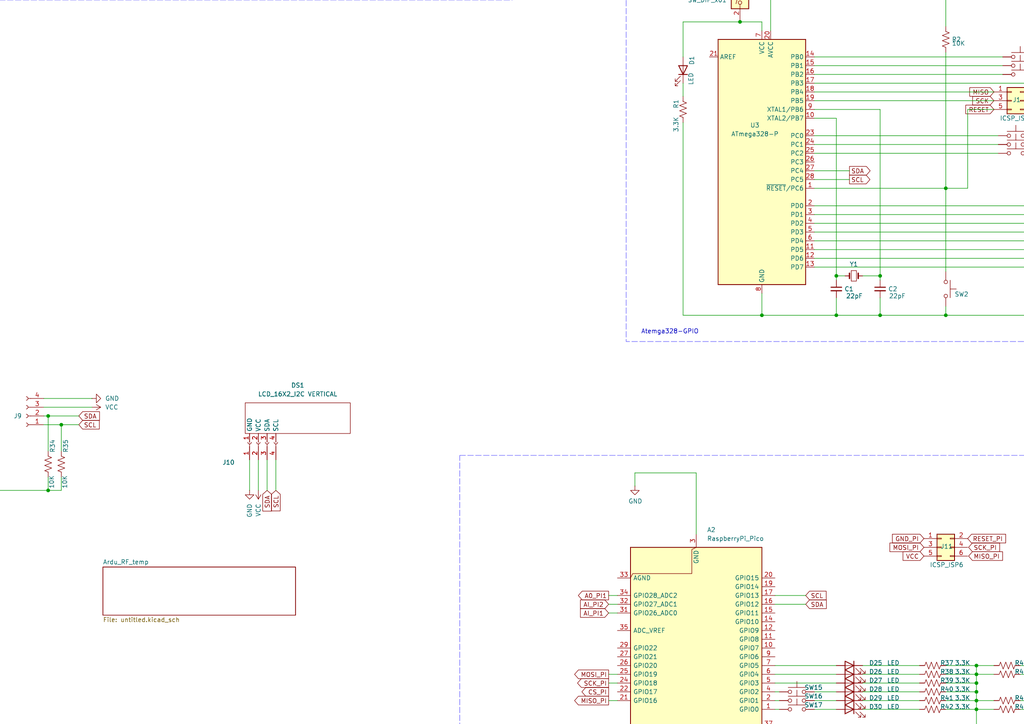
<source format=kicad_sch>
(kicad_sch (version 20250114) (generator "eeschema") (generator_version "9.0")
  (paper "A4")
  (rectangle (start 133.35 132.08) (end 359.41 279.4) (stroke (width 0) (type dash) (color 99 93 255 1)))
  (rectangle (start -106.68 -137.16) (end 148.59 0) (stroke (width 0) (type dash) (color 99 93 255 1)))
  (rectangle (start 181.61 -11.43) (end 377.19 99.06) (stroke (width 0) (type dash) (color 99 93 255 1)))
  (rectangle (start 190.5 -116.84) (end 368.3 -29.21) (stroke (width 0) (type dash) (color 99 93 255 1)))
  (text "Atemga328-GPIO" (at 194.31 96.266 0) (effects (font (size 1.27 1.27))))
  (text "Atemga328-PWM" (at -94.488 -3.302 0) (effects (font (size 1.27 1.27))))
  (junction (at 274.32 -1.27))
  (junction (at 358.14 59.69))
  (junction (at 358.14 19.05))
  (junction (at 358.14 72.39))
  (junction (at 199.39 -62.23))
  (junction (at 307.594 91.44))
  (junction (at 172.72 241.3))
  (junction (at 13.97 120.65))
  (junction (at -72.39 -127))
  (junction (at 358.14 44.45))
  (junction (at 15.24 -57.15))
  (junction (at 350.52 -62.23))
  (junction (at 358.14 91.44))
  (junction (at 78.74 -17.78))
  (junction (at 30.48 -39.37))
  (junction (at 255.27 91.44))
  (junction (at 205.74 -97.79))
  (junction (at 358.14 74.93))
  (junction (at 358.14 77.47))
  (junction (at 358.14 39.37))
  (junction (at 199.39 262.89))
  (junction (at 358.14 69.85))
  (junction (at 358.14 41.91))
  (junction (at -39.37 -34.29))
  (junction (at 220.98 91.44))
  (junction (at 283.21 205.74))
  (junction (at 62.23 -30.48))
  (junction (at 350.52 -67.31))
  (junction (at 283.21 193.04))
  (junction (at 358.14 67.31))
  (junction (at 90.17 -11.43))
  (junction (at 350.52 -74.93))
  (junction (at -58.42 142.24))
  (junction (at 199.39 -55.88))
  (junction (at 90.17 -22.86))
  (junction (at 50.8 -25.4))
  (junction (at 283.21 198.12))
  (junction (at -19.05 -69.85))
  (junction (at 19.05 -127))
  (junction (at 19.05 -34.29))
  (junction (at 274.32 91.44))
  (junction (at -39.37 -46.228))
  (junction (at -74.93 -116.84))
  (junction (at 358.14 21.59))
  (junction (at -62.23 142.24))
  (junction (at 13.97 142.24))
  (junction (at 350.52 -64.77))
  (junction (at -62.23 120.65))
  (junction (at -74.93 -34.29))
  (junction (at 283.21 203.2))
  (junction (at 350.52 -69.85))
  (junction (at 255.27 80.01))
  (junction (at -58.42 123.19))
  (junction (at 274.32 54.61))
  (junction (at -24.13 142.24))
  (junction (at 17.78 123.19))
  (junction (at 350.52 -72.39))
  (junction (at 242.57 91.44))
  (junction (at -19.05 -127))
  (junction (at 2.54 -50.8))
  (junction (at 358.14 62.23))
  (junction (at 345.44 -87.63))
  (junction (at 350.52 -106.68))
  (junction (at 242.57 80.01))
  (junction (at 30.48 -27.94))
  (junction (at 283.21 195.58))
  (junction (at 330.2 -87.63))
  (junction (at -24.13 120.65))
  (junction (at -52.07 -46.228))
  (junction (at 40.64 -90.17))
  (junction (at 358.14 64.77))
  (junction (at -20.32 123.19))
  (junction (at -99.06 -127))
  (junction (at 252.73 -40.64))
  (junction (at 283.21 200.66))
  (junction (at 350.52 -80.01))
  (junction (at 214.63 6.35))
  (junction (at 236.22 -1.27))
  (junction (at 312.42 -1.27))
  (junction (at -52.07 -34.29))
  (junction (at 62.23 -19.05))
  (junction (at -20.32 142.24))
  (junction (at 15.24 -44.45))
  (wire (pts (xy 176.53 198.12) (xy 179.07 198.12)))
  (wire (pts (xy 77.47 -90.17) (xy 62.23 -90.17)))
  (wire (pts (xy 25.4 -127) (xy 25.4 -98.298)))
  (wire (pts (xy 69.85 -67.31) (xy 48.26 -67.31)))
  (wire (pts (xy 106.68 -63.5) (xy 124.46 -63.5)))
  (wire (pts (xy 219.71 -80.01) (xy 212.09 -80.01)))
  (wire (pts (xy 224.79 198.12) (xy 242.57 198.12)))
  (wire (pts (xy 274.32 -1.27) (xy 274.32 7.62)))
  (wire (pts (xy 224.79 193.04) (xy 242.57 193.04)))
  (wire (pts (xy 336.55 -91.44) (xy 336.55 -106.68)))
  (wire (pts (xy 283.21 193.04) (xy 288.29 193.04)))
  (wire (pts (xy 250.19 203.2) (xy 266.7 203.2)))
  (wire (pts (xy 250.19 205.74) (xy 266.7 205.74)))
  (wire (pts (xy -63.5 120.65) (xy -62.23 120.65)))
  (wire (pts (xy -52.07 -34.29) (xy -52.07 -20.828)))
  (wire (pts (xy 283.21 198.12) (xy 283.21 200.66)))
  (wire (pts (xy 339.09 -69.85) (xy 350.52 -69.85)))
  (wire (pts (xy -59.69 -85.09) (xy -49.53 -85.09)))
  (wire (pts (xy -52.07 -90.17) (xy -52.07 -46.228)))
  (wire (pts (xy -25.4 118.11) (xy -11.43 118.11)))
  (wire (pts (xy 236.22 52.07) (xy 246.38 52.07)))
  (wire (pts (xy 236.22 41.91) (xy 289.56 41.91)))
  (wire (pts (xy 78.74 -11.43) (xy 90.17 -11.43)))
  (wire (pts (xy 201.93 137.16) (xy 201.93 154.94)))
  (wire (pts (xy 311.15 193.04) (xy 295.91 193.04)))
  (wire (pts (xy 198.12 35.56) (xy 198.12 91.44)))
  (wire (pts (xy 111.76 -78.74) (xy 111.76 -76.2)))
  (wire (pts (xy 172.72 251.46) (xy 172.72 255.27)))
  (wire (pts (xy 6.35 -97.79) (xy 19.05 -97.79)))
  (wire (pts (xy 78.74 -17.78) (xy 82.55 -17.78)))
  (wire (pts (xy 312.42 -1.27) (xy 345.44 -1.27)))
  (wire (pts (xy 12.7 118.11) (xy 26.67 118.11)))
  (wire (pts (xy 242.57 -40.64) (xy 252.73 -40.64)))
  (wire (pts (xy 287.02 -67.31) (xy 307.34 -67.31)))
  (wire (pts (xy 350.52 72.39) (xy 358.14 72.39)))
  (wire (pts (xy -59.69 -105.41) (xy -49.53 -105.41)))
  (wire (pts (xy 274.32 198.12) (xy 283.21 198.12)))
  (wire (pts (xy 332.74 -87.63) (xy 330.2 -87.63)))
  (wire (pts (xy 274.32 193.04) (xy 283.21 193.04)))
  (wire (pts (xy 49.53 -25.4) (xy 50.8 -25.4)))
  (wire (pts (xy 224.79 172.72) (xy 233.68 172.72)))
  (wire (pts (xy 214.63 6.35) (xy 220.98 6.35)))
  (wire (pts (xy 15.24 -58.42) (xy 15.24 -57.15)))
  (wire (pts (xy 326.39 -46.99) (xy 337.82 -46.99)))
  (wire (pts (xy 223.52 -40.64) (xy 210.82 -40.64)))
  (wire (pts (xy 224.79 175.26) (xy 233.68 175.26)))
  (wire (pts (xy -52.07 -46.228) (xy -52.07 -43.688)))
  (wire (pts (xy 66.04 -52.07) (xy 107.95 -52.07)))
  (wire (pts (xy 349.25 39.37) (xy 358.14 39.37)))
  (wire (pts (xy -58.42 123.19) (xy -53.34 123.19)))
  (wire (pts (xy 105.41 -68.072) (xy 105.41 -68.58)))
  (wire (pts (xy 77.47 -17.78) (xy 78.74 -17.78)))
  (wire (pts (xy 274.32 91.44) (xy 307.594 91.44)))
  (wire (pts (xy 250.19 -95.25) (xy 260.35 -95.25)))
  (wire (pts (xy 236.22 69.85) (xy 316.23 69.85)))
  (wire (pts (xy 201.93 226.06) (xy 201.93 228.6)))
  (wire (pts (xy 300.99 31.75) (xy 307.594 31.75)))
  (wire (pts (xy 236.22 21.59) (xy 290.83 21.59)))
  (wire (pts (xy 176.53 203.2) (xy 179.07 203.2)))
  (wire (pts (xy 358.14 39.37) (xy 358.14 41.91)))
  (wire (pts (xy 236.22 49.53) (xy 246.38 49.53)))
  (wire (pts (xy 250.19 -87.63) (xy 260.35 -87.63)))
  (wire (pts (xy 105.41 -68.58) (xy 124.46 -68.58)))
  (wire (pts (xy 322.58 41.91) (xy 341.63 41.91)))
  (wire (pts (xy 323.85 69.85) (xy 342.9 69.85)))
  (wire (pts (xy -72.39 -127) (xy -19.05 -127)))
  (wire (pts (xy 327.66 -87.63) (xy 330.2 -87.63)))
  (wire (pts (xy -20.32 138.43) (xy -20.32 142.24)))
  (wire (pts (xy 19.05 -27.94) (xy 30.48 -27.94)))
  (wire (pts (xy 62.23 -41.91) (xy 62.23 -39.37)))
  (wire (pts (xy 273.05 -95.25) (xy 273.05 -92.71)))
  (wire (pts (xy 323.85 72.39) (xy 342.9 72.39)))
  (wire (pts (xy 147.32 241.3) (xy 147.32 248.92)))
  (wire (pts (xy 300.99 16.51) (xy 316.23 16.51)))
  (wire (pts (xy -24.13 120.65) (xy -15.24 120.65)))
  (wire (pts (xy 358.14 41.91) (xy 358.14 44.45)))
  (wire (pts (xy 358.14 69.85) (xy 358.14 72.39)))
  (wire (pts (xy 90.17 -24.13) (xy 90.17 -22.86)))
  (wire (pts (xy -41.91 229.87) (xy -41.91 233.68)))
  (wire (pts (xy 6.35 -92.71) (xy 19.05 -92.71)))
  (wire (pts (xy 274.32 200.66) (xy 283.21 200.66)))
  (wire (pts (xy 36.83 -69.85) (xy 36.83 -62.23)))
  (wire (pts (xy 273.05 -105.41) (xy 284.48 -105.41)))
  (wire (pts (xy 283.21 203.2) (xy 283.21 205.74)))
  (wire (pts (xy 198.12 91.44) (xy 220.98 91.44)))
  (wire (pts (xy 314.96 -62.23) (xy 331.47 -62.23)))
  (wire (pts (xy 199.39 -55.88) (xy 199.39 -62.23)))
  (wire (pts (xy 2.54 -44.45) (xy 15.24 -44.45)))
  (wire (pts (xy -59.69 -72.39) (xy -49.53 -72.39)))
  (wire (pts (xy 242.57 91.44) (xy 255.27 91.44)))
  (wire (pts (xy 102.87 -62.992) (xy 106.68 -62.992)))
  (wire (pts (xy -59.69 -92.71) (xy -39.37 -92.71)))
  (wire (pts (xy 326.39 -44.45) (xy 337.82 -44.45)))
  (wire (pts (xy 199.39 -97.79) (xy 199.39 -62.23)))
  (wire (pts (xy 198.12 16.51) (xy 198.12 6.35)))
  (wire (pts (xy 58.42 -64.77) (xy 58.42 -49.53)))
  (wire (pts (xy 219.71 -85.09) (xy 212.09 -85.09)))
  (wire (pts (xy 15.24 -68.58) (xy 15.24 -66.04)))
  (wire (pts (xy 2.54 -50.8) (xy 7.62 -50.8)))
  (wire (pts (xy 236.22 200.66) (xy 242.57 200.66)))
  (wire (pts (xy 58.42 -49.53) (xy 80.01 -49.53)))
  (wire (pts (xy 172.72 241.3) (xy 172.72 243.84)))
  (wire (pts (xy 2.54 -45.72) (xy 2.54 -44.45)))
  (wire (pts (xy 236.22 64.77) (xy 316.23 64.77)))
  (wire (pts (xy 358.14 77.47) (xy 358.14 91.44)))
  (wire (pts (xy 30.48 -40.64) (xy 30.48 -39.37)))
  (wire (pts (xy -43.18 -46.228) (xy -39.37 -46.228)))
  (wire (pts (xy 283.21 203.2) (xy 288.29 203.2)))
  (wire (pts (xy -59.69 -82.55) (xy -49.53 -82.55)))
  (wire (pts (xy 250.19 195.58) (xy 266.7 195.58)))
  (wire (pts (xy 13.97 138.43) (xy 13.97 142.24)))
  (wire (pts (xy 274.32 -1.27) (xy 312.42 -1.27)))
  (wire (pts (xy 350.52 -64.77) (xy 350.52 -62.23)))
  (wire (pts (xy -95.25 -90.17) (xy -95.25 -34.29)))
  (wire (pts (xy 358.14 44.45) (xy 358.14 59.69)))
  (wire (pts (xy 19.05 -90.17) (xy 40.64 -90.17)))
  (wire (pts (xy 210.82 -40.64) (xy 210.82 -55.88)))
  (wire (pts (xy 283.21 195.58) (xy 283.21 198.12)))
  (wire (pts (xy 223.52 -1.27) (xy 223.52 8.89)))
  (wire (pts (xy 300.99 19.05) (xy 316.23 19.05)))
  (wire (pts (xy 339.09 -67.31) (xy 350.52 -67.31)))
  (wire (pts (xy 274.32 15.24) (xy 274.32 54.61)))
  (wire (pts (xy 212.0651 -67.31) (xy 219.71 -67.31)))
  (wire (pts (xy -59.69 -97.79) (xy -6.35 -97.79)))
  (wire (pts (xy 50.8 -19.05) (xy 62.23 -19.05)))
  (wire (pts (xy 274.32 205.74) (xy 283.21 205.74)))
  (wire (pts (xy -25.4 115.57) (xy -11.43 115.57)))
  (wire (pts (xy 323.85 21.59) (xy 342.9 21.59)))
  (wire (pts (xy 350.52 74.93) (xy 358.14 74.93)))
  (wire (pts (xy 236.22 29.21) (xy 288.29 29.21)))
  (wire (pts (xy 15.24 -44.45) (xy 15.24 -41.91)))
  (wire (pts (xy -20.32 123.19) (xy -15.24 123.19)))
  (wire (pts (xy 350.52 67.31) (xy 358.14 67.31)))
  (wire (pts (xy -24.13 138.43) (xy -24.13 142.24)))
  (wire (pts (xy 236.22 72.39) (xy 316.23 72.39)))
  (wire (pts (xy 14.986 -95.25) (xy 6.35 -95.25)))
  (wire (pts (xy 198.12 6.35) (xy 214.63 6.35)))
  (wire (pts (xy -20.32 123.19) (xy -20.32 130.81)))
  (wire (pts (xy 336.55 -80.01) (xy 350.52 -80.01)))
  (wire (pts (xy 273.05 -105.41) (xy 273.05 -102.87)))
  (wire (pts (xy 147.32 265.43) (xy 147.32 264.16)))
  (wire (pts (xy 224.79 195.58) (xy 242.57 195.58)))
  (wire (pts (xy 280.67 31.75) (xy 280.67 54.61)))
  (wire (pts (xy 17.78 -34.29) (xy 19.05 -34.29)))
  (wire (pts (xy 350.52 77.47) (xy 358.14 77.47)))
  (wire (pts (xy 205.74 -107.95) (xy 205.74 -111.76)))
  (wire (pts (xy 350.52 -67.31) (xy 350.52 -64.77)))
  (wire (pts (xy 326.39 -41.91) (xy 337.82 -41.91)))
  (wire (pts (xy 14.986 -100.33) (xy 14.986 -95.25)))
  (wire (pts (xy -83.82 -121.92) (xy -74.93 -121.92)))
  (wire (pts (xy 250.19 193.04) (xy 266.7 193.04)))
  (wire (pts (xy 339.09 -64.77) (xy 350.52 -64.77)))
  (wire (pts (xy 72.39 133.35) (xy 72.39 142.24)))
  (wire (pts (xy 12.7 120.65) (xy 13.97 120.65)))
  (wire (pts (xy 339.09 -74.93) (xy 350.52 -74.93)))
  (wire (pts (xy 176.53 177.8) (xy 179.07 177.8)))
  (wire (pts (xy 274.32 195.58) (xy 283.21 195.58)))
  (wire (pts (xy 311.15 205.74) (xy 295.91 205.74)))
  (wire (pts (xy 283.21 195.58) (xy 288.29 195.58)))
  (wire (pts (xy 214.63 -8.89) (xy 236.22 -8.89)))
  (wire (pts (xy 15.24 -57.15) (xy 15.24 -55.88)))
  (wire (pts (xy -62.23 138.43) (xy -62.23 142.24)))
  (wire (pts (xy 336.55 -106.68) (xy 350.52 -106.68)))
  (wire (pts (xy 358.14 74.93) (xy 358.14 77.47)))
  (wire (pts (xy 199.39 -62.23) (xy 214.63 -62.23)))
  (wire (pts (xy 287.02 -72.39) (xy 307.34 -72.39)))
  (wire (pts (xy 90.17 -12.7) (xy 90.17 -11.43)))
  (wire (pts (xy 342.9 -99.06) (xy 342.9 -87.63)))
  (wire (pts (xy -74.93 -116.84) (xy -74.93 -115.57)))
  (wire (pts (xy 50.8 -25.4) (xy 54.61 -25.4)))
  (wire (pts (xy 350.52 -83.82) (xy 350.52 -80.01)))
  (wire (pts (xy 62.23 -90.17) (xy 62.23 -72.39)))
  (wire (pts (xy 326.39 195.58) (xy 318.77 195.58)))
  (wire (pts (xy 236.22 31.75) (xy 255.27 31.75)))
  (wire (pts (xy 300.99 -64.77) (xy 307.34 -64.77)))
  (wire (pts (xy 198.12 24.13) (xy 198.12 27.94)))
  (wire (pts (xy -25.4 120.65) (xy -24.13 120.65)))
  (wire (pts (xy 287.02 -64.77) (xy 290.83 -64.77)))
  (wire (pts (xy 250.19 -57.15) (xy 252.73 -57.15)))
  (wire (pts (xy 326.39 193.04) (xy 318.77 193.04)))
  (wire (pts (xy 327.66 -99.06) (xy 327.66 -87.63)))
  (wire (pts (xy 288.29 31.75) (xy 280.67 31.75)))
  (wire (pts (xy 323.85 74.93) (xy 342.9 74.93)))
  (wire (pts (xy 69.85 -64.77) (xy 58.42 -64.77)))
  (wire (pts (xy -95.25 -34.29) (xy -74.93 -34.29)))
  (wire (pts (xy 323.85 16.51) (xy 358.14 16.51)))
  (wire (pts (xy 350.52 -106.68) (xy 350.52 -91.44)))
  (wire (pts (xy 69.85 -62.23) (xy 66.04 -62.23)))
  (wire (pts (xy 13.97 120.65) (xy 13.97 130.81)))
  (wire (pts (xy 77.47 133.35) (xy 77.47 142.24)))
  (wire (pts (xy 349.25 41.91) (xy 358.14 41.91)))
  (wire (pts (xy 17.78 138.43) (xy 17.78 142.24)))
  (wire (pts (xy -19.05 -127) (xy 19.05 -127)))
  (wire (pts (xy -52.07 -46.228) (xy -48.26 -46.228)))
  (wire (pts (xy 17.78 123.19) (xy 22.86 123.19)))
  (wire (pts (xy 318.77 203.2) (xy 337.82 203.2)))
  (wire (pts (xy 274.32 203.2) (xy 283.21 203.2)))
  (wire (pts (xy 350.52 -114.3) (xy 334.01 -114.3)))
  (wire (pts (xy 242.57 80.01) (xy 245.11 80.01)))
  (wire (pts (xy 287.02 -62.23) (xy 290.83 -62.23)))
  (wire (pts (xy 1.27 -50.8) (xy 2.54 -50.8)))
  (wire (pts (xy 287.02 -69.85) (xy 307.34 -69.85)))
  (wire (pts (xy 330.2 -87.63) (xy 330.2 -99.06)))
  (wire (pts (xy 358.14 19.05) (xy 358.14 21.59)))
  (wire (pts (xy 184.15 137.16) (xy 201.93 137.16)))
  (wire (pts (xy 62.23 -20.32) (xy 62.23 -19.05)))
  (wire (pts (xy -95.25 -109.22) (xy -95.25 -116.84)))
  (wire (pts (xy 358.14 21.59) (xy 358.14 39.37)))
  (wire (pts (xy 30.48 -27.94) (xy 30.48 -25.4)))
  (wire (pts (xy 176.53 195.58) (xy 179.07 195.58)))
  (wire (pts (xy 62.23 -31.75) (xy 62.23 -30.48)))
  (wire (pts (xy 220.98 91.44) (xy 242.57 91.44)))
  (wire (pts (xy 322.58 44.45) (xy 341.63 44.45)))
  (wire (pts (xy 299.72 44.45) (xy 314.96 44.45)))
  (wire (pts (xy 69.85 -69.85) (xy 36.83 -69.85)))
  (wire (pts (xy 205.74 -100.33) (xy 205.74 -97.79)))
  (wire (pts (xy -20.32 142.24) (xy -24.13 142.24)))
  (wire (pts (xy 236.22 205.74) (xy 242.57 205.74)))
  (wire (pts (xy 80.01 -49.53) (xy 80.01 -35.56)))
  (wire (pts (xy -74.93 -39.37) (xy -74.93 -34.29)))
  (wire (pts (xy 236.22 26.67) (xy 288.29 26.67)))
  (wire (pts (xy 255.27 91.44) (xy 274.32 91.44)))
  (wire (pts (xy 300.99 21.59) (xy 316.23 21.59)))
  (wire (pts (xy 100.33 -22.86) (xy 90.17 -22.86)))
  (wire (pts (xy 307.594 91.44) (xy 358.14 91.44)))
  (wire (pts (xy -19.05 -127) (xy -19.05 -119.38)))
  (wire (pts (xy 322.58 39.37) (xy 341.63 39.37)))
  (wire (pts (xy 199.39 -55.88) (xy 210.82 -55.88)))
  (wire (pts (xy 30.48 -29.21) (xy 30.48 -27.94)))
  (wire (pts (xy 273.05 -95.25) (xy 284.48 -95.25)))
  (wire (pts (xy 219.71 -82.55) (xy 212.09 -82.55)))
  (wire (pts (xy 223.52 -1.27) (xy 236.22 -1.27)))
  (wire (pts (xy 48.26 -67.31) (xy 48.26 -44.45)))
  (wire (pts (xy 358.14 59.69) (xy 358.14 62.23)))
  (wire (pts (xy 274.32 54.61) (xy 274.32 78.74)))
  (wire (pts (xy -19.05 -111.76) (xy -19.05 -69.85)))
  (wire (pts (xy -59.69 -95.25) (xy -6.35 -95.25)))
  (wire (pts (xy 236.22 24.13) (xy 309.88 24.13)))
  (wire (pts (xy 236.22 -8.89) (xy 236.22 -1.27)))
  (wire (pts (xy -39.37 -92.71) (xy -39.37 -46.228)))
  (wire (pts (xy 199.39 248.92) (xy 199.39 262.89)))
  (wire (pts (xy 287.02 -74.93) (xy 307.34 -74.93)))
  (wire (pts (xy 219.71 -77.47) (xy 212.09 -77.47)))
  (wire (pts (xy -19.05 -69.85) (xy -19.05 -48.26)))
  (wire (pts (xy 323.85 64.77) (xy 342.9 64.77)))
  (wire (pts (xy 102.87 -68.072) (xy 105.41 -68.072)))
  (wire (pts (xy -13.97 -92.71) (xy -13.97 -69.85)))
  (wire (pts (xy 349.25 44.45) (xy 358.14 44.45)))
  (wire (pts (xy 283.21 200.66) (xy 283.21 203.2)))
  (wire (pts (xy 17.78 123.19) (xy 17.78 130.81)))
  (wire (pts (xy 250.19 -92.71) (xy 273.05 -92.71)))
  (wire (pts (xy 323.85 77.47) (xy 342.9 77.47)))
  (wire (pts (xy -99.06 -121.92) (xy -99.06 -127)))
  (wire (pts (xy 242.57 86.36) (xy 242.57 91.44)))
  (wire (pts (xy -59.69 -100.33) (xy 14.986 -100.33)))
  (wire (pts (xy -63.5 118.11) (xy -49.53 118.11)))
  (wire (pts (xy -58.42 138.43) (xy -58.42 142.24)))
  (wire (pts (xy 236.22 67.31) (xy 316.23 67.31)))
  (wire (pts (xy 66.04 -62.23) (xy 66.04 -52.07)))
  (wire (pts (xy 207.01 228.6) (xy 207.01 241.3)))
  (wire (pts (xy 212.09 -69.85) (xy 219.71 -69.85)))
  (wire (pts (xy 255.27 86.36) (xy 255.27 91.44)))
  (wire (pts (xy 12.7 123.19) (xy 17.78 123.19)))
  (wire (pts (xy 350.52 21.59) (xy 358.14 21.59)))
  (wire (pts (xy 242.57 34.29) (xy 236.22 34.29)))
  (wire (pts (xy 236.22 44.45) (xy 289.56 44.45)))
  (wire (pts (xy -59.69 -80.01) (xy -49.53 -80.01)))
  (wire (pts (xy 199.39 -111.76) (xy 199.39 -107.95)))
  (wire (pts (xy 184.15 137.16) (xy 184.15 140.97)))
  (wire (pts (xy 106.68 -62.992) (xy 106.68 -63.5)))
  (wire (pts (xy -48.26 229.87) (xy -41.91 229.87)))
  (wire (pts (xy 309.88 24.13) (xy 309.88 29.21)))
  (wire (pts (xy 19.05 -29.21) (xy 19.05 -27.94)))
  (wire (pts (xy 358.14 62.23) (xy 358.14 64.77)))
  (wire (pts (xy 219.71 -72.39) (xy 212.09 -72.39)))
  (wire (pts (xy -6.35 -92.71) (xy -13.97 -92.71)))
  (wire (pts (xy 13.97 120.65) (xy 22.86 120.65)))
  (wire (pts (xy 350.52 59.69) (xy 358.14 59.69)))
  (wire (pts (xy -58.42 123.19) (xy -58.42 130.81)))
  (wire (pts (xy -59.69 -90.17) (xy -52.07 -90.17)))
  (wire (pts (xy 358.14 72.39) (xy 358.14 74.93)))
  (wire (pts (xy 236.22 -1.27) (xy 274.32 -1.27)))
  (wire (pts (xy 62.23 -19.05) (xy 62.23 -16.51)))
  (wire (pts (xy 350.52 64.77) (xy 358.14 64.77)))
  (wire (pts (xy -62.23 120.65) (xy -62.23 130.81)))
  (wire (pts (xy 350.52 -72.39) (xy 350.52 -69.85)))
  (wire (pts (xy -58.42 142.24) (xy -24.13 142.24)))
  (wire (pts (xy 350.52 69.85) (xy 358.14 69.85)))
  (wire (pts (xy 80.01 133.35) (xy 80.01 142.24)))
  (wire (pts (xy -59.69 -69.85) (xy -19.05 -69.85)))
  (wire (pts (xy -74.93 -121.92) (xy -74.93 -116.84)))
  (wire (pts (xy -39.37 -34.29) (xy -52.07 -34.29)))
  (wire (pts (xy 212.09 -64.77) (xy 219.71 -64.77)))
  (wire (pts (xy -36.83 229.87) (xy -36.83 233.68)))
  (wire (pts (xy 40.64 -39.37) (xy 30.48 -39.37)))
  (wire (pts (xy 236.22 19.05) (xy 290.83 19.05)))
  (wire (pts (xy 12.7 115.57) (xy 26.67 115.57)))
  (wire (pts (xy 176.53 172.72) (xy 179.07 172.72)))
  (wire (pts (xy 314.96 -67.31) (xy 331.47 -67.31)))
  (wire (pts (xy 311.15 203.2) (xy 295.91 203.2)))
  (wire (pts (xy 231.14 -40.64) (xy 234.95 -40.64)))
  (wire (pts (xy -62.23 120.65) (xy -53.34 120.65)))
  (wire (pts (xy 212.09 -74.93) (xy 219.71 -74.93)))
  (wire (pts (xy 107.95 -52.07) (xy 107.95 -27.94)))
  (wire (pts (xy 236.22 203.2) (xy 242.57 203.2)))
  (wire (pts (xy 176.53 175.26) (xy 179.07 175.26)))
  (wire (pts (xy 323.85 59.69) (xy 342.9 59.69)))
  (wire (pts (xy 358.14 67.31) (xy 358.14 69.85)))
  (wire (pts (xy 312.42 26.67) (xy 300.99 26.67)))
  (wire (pts (xy 318.77 205.74) (xy 337.82 205.74)))
  (wire (pts (xy 205.74 -111.76) (xy 199.39 -111.76)))
  (wire (pts (xy 15.24 -45.72) (xy 15.24 -44.45)))
  (wire (pts (xy -55.88 245.11) (xy -55.88 252.73)))
  (wire (pts (xy 323.85 62.23) (xy 342.9 62.23)))
  (wire (pts (xy 236.22 77.47) (xy 316.23 77.47)))
  (wire (pts (xy -74.93 -34.29) (xy -52.07 -34.29)))
  (wire (pts (xy 358.14 16.51) (xy 358.14 19.05)))
  (wire (pts (xy 236.22 54.61) (xy 274.32 54.61)))
  (wire (pts (xy -59.69 -102.87) (xy -49.53 -102.87)))
  (wire (pts (xy 274.32 88.9) (xy 274.32 91.44)))
  (wire (pts (xy -72.39 -127) (xy -72.39 -115.57)))
  (wire (pts (xy -59.69 -52.07) (xy -48.26 -52.07)))
  (wire (pts (xy 336.55 195.58) (xy 337.82 195.58)))
  (wire (pts (xy 242.57 80.01) (xy 242.57 81.28)))
  (wire (pts (xy 252.73 -57.15) (xy 252.73 -40.64)))
  (wire (pts (xy 358.14 91.44) (xy 367.03 91.44)))
  (wire (pts (xy -24.13 120.65) (xy -24.13 130.81)))
  (wire (pts (xy 236.22 16.51) (xy 290.83 16.51)))
  (wire (pts (xy 236.22 39.37) (xy 289.56 39.37)))
  (wire (pts (xy 250.19 -90.17) (xy 284.48 -90.17)))
  (wire (pts (xy 250.19 200.66) (xy 266.7 200.66)))
  (wire (pts (xy 314.96 -64.77) (xy 331.47 -64.77)))
  (wire (pts (xy 220.98 6.35) (xy 220.98 8.89)))
  (wire (pts (xy 199.39 -54.61) (xy 199.39 -55.88)))
  (wire (pts (xy 74.93 133.35) (xy 74.93 142.24)))
  (wire (pts (xy 40.64 -90.17) (xy 40.64 -88.138)))
  (wire (pts (xy 214.63 -53.34) (xy 219.71 -53.34)))
  (wire (pts (xy 350.52 62.23) (xy 358.14 62.23)))
  (wire (pts (xy 311.15 195.58) (xy 295.91 195.58)))
  (wire (pts (xy 252.73 -40.64) (xy 252.73 -36.83)))
  (wire (pts (xy -63.5 115.57) (xy -49.53 115.57)))
  (wire (pts (xy 172.72 262.89) (xy 199.39 262.89)))
  (wire (pts (xy 283.21 205.74) (xy 288.29 205.74)))
  (wire (pts (xy 236.22 59.69) (xy 316.23 59.69)))
  (wire (pts (xy 336.55 -83.82) (xy 336.55 -80.01)))
  (wire (pts (xy 350.52 -69.85) (xy 350.52 -67.31)))
  (wire (pts (xy 224.79 203.2) (xy 226.06 203.2)))
  (wire (pts (xy 224.79 200.66) (xy 226.06 200.66)))
  (wire (pts (xy -95.25 -101.6) (xy -95.25 -97.79)))
  (wire (pts (xy -52.07 -38.608) (xy -52.07 -34.29)))
  (wire (pts (xy 25.4 -98.298) (xy 33.02 -98.298)))
  (wire (pts (xy 48.26 -98.298) (xy 53.34 -98.298)))
  (wire (pts (xy 124.46 -78.74) (xy 111.76 -78.74)))
  (wire (pts (xy 250.19 198.12) (xy 266.7 198.12)))
  (wire (pts (xy -62.23 142.24) (xy -62.23 148.59)))
  (wire (pts (xy 339.09 -72.39) (xy 350.52 -72.39)))
  (wire (pts (xy -19.05 -69.85) (xy -13.97 -69.85)))
  (wire (pts (xy 15.24 -57.15) (xy 29.21 -57.15)))
  (wire (pts (xy -63.5 123.19) (xy -58.42 123.19)))
  (wire (pts (xy 314.96 -74.93) (xy 331.47 -74.93)))
  (wire (pts (xy 323.85 67.31) (xy 342.9 67.31)))
  (wire (pts (xy 199.39 262.89) (xy 199.39 265.43)))
  (wire (pts (xy 147.32 241.3) (xy 172.72 241.3)))
  (wire (pts (xy 314.96 -72.39) (xy 331.47 -72.39)))
  (wire (pts (xy 307.594 31.75) (xy 307.594 91.44)))
  (wire (pts (xy 78.74 -12.7) (xy 78.74 -11.43)))
  (wire (pts (xy -36.83 229.87) (xy -25.4 229.87)))
  (wire (pts (xy 172.72 241.3) (xy 191.77 241.3)))
  (wire (pts (xy 350.52 -74.93) (xy 350.52 -72.39)))
  (wire (pts (xy 299.72 39.37) (xy 314.96 39.37)))
  (wire (pts (xy -25.4 123.19) (xy -20.32 123.19)))
  (wire (pts (xy 220.98 85.09) (xy 220.98 91.44)))
  (wire (pts (xy 314.96 -69.85) (xy 331.47 -69.85)))
  (wire (pts (xy 358.14 64.77) (xy 358.14 67.31)))
  (wire (pts (xy -59.69 -49.53) (xy -48.26 -49.53)))
  (wire (pts (xy 199.39 -38.1) (xy 199.39 -39.37)))
  (wire (pts (xy 283.21 205.74) (xy 283.21 218.44)))
  (wire (pts (xy 236.22 74.93) (xy 316.23 74.93)))
  (wire (pts (xy 90.17 -11.43) (xy 90.17 -8.89)))
  (wire (pts (xy 274.32 54.61) (xy 280.67 54.61)))
  (wire (pts (xy 72.39 -30.48) (xy 62.23 -30.48)))
  (wire (pts (xy 17.78 142.24) (xy 13.97 142.24)))
  (wire (pts (xy 339.09 -62.23) (xy 350.52 -62.23)))
  (wire (pts (xy 90.17 -34.29) (xy 90.17 -31.75)))
  (wire (pts (xy 205.74 -97.79) (xy 199.39 -97.79)))
  (wire (pts (xy 299.72 41.91) (xy 314.96 41.91)))
  (wire (pts (xy 255.27 80.01) (xy 255.27 81.28)))
  (wire (pts (xy -58.42 142.24) (xy -62.23 142.24)))
  (wire (pts (xy 350.52 -114.3) (xy 350.52 -106.68)))
  (wire (pts (xy -39.37 -46.228) (xy -39.37 -43.688)))
  (wire (pts (xy 312.42 -1.27) (xy 312.42 26.67)))
  (wire (pts (xy 342.9 -87.63) (xy 345.44 -87.63)))
  (wire (pts (xy 326.39 -49.53) (xy 337.82 -49.53)))
  (wire (pts (xy -19.05 -34.29) (xy -39.37 -34.29)))
  (wire (pts (xy -59.69 -74.93) (xy -49.53 -74.93)))
  (wire (pts (xy -95.25 -116.84) (xy -74.93 -116.84)))
  (wire (pts (xy 219.71 -97.79) (xy 205.74 -97.79)))
  (wire (pts (xy 30.48 -50.8) (xy 30.48 -48.26)))
  (wire (pts (xy 40.64 -90.678) (xy 40.64 -90.17)))
  (wire (pts (xy 19.05 -92.71) (xy 19.05 -90.17)))
  (wire (pts (xy 214.63 -62.23) (xy 214.63 -53.34)))
  (wire (pts (xy 236.22 62.23) (xy 316.23 62.23)))
  (wire (pts (xy 19.05 -127) (xy 19.05 -97.79)))
  (wire (pts (xy 300.99 -62.23) (xy 307.34 -62.23)))
  (wire (pts (xy -59.69 -62.23) (xy -49.53 -62.23)))
  (wire (pts (xy 250.19 80.01) (xy 255.27 80.01)))
  (wire (pts (xy 336.55 193.04) (xy 337.82 193.04)))
  (wire (pts (xy 309.88 29.21) (xy 300.99 29.21)))
  (wire (pts (xy 255.27 31.75) (xy 255.27 80.01)))
  (wire (pts (xy 19.05 -127) (xy 25.4 -127)))
  (wire (pts (xy -99.06 -127) (xy -72.39 -127)))
  (wire (pts (xy -59.69 -77.47) (xy -49.53 -77.47)))
  (wire (pts (xy 346.71 -87.63) (xy 345.44 -87.63)))
  (wire (pts (xy -59.69 -64.77) (xy -49.53 -64.77)))
  (wire (pts (xy -19.05 -38.1) (xy -19.05 -34.29)))
  (wire (pts (xy 323.85 19.05) (xy 342.9 19.05)))
  (wire (pts (xy 219.71 -87.63) (xy 212.09 -87.63)))
  (wire (pts (xy 345.44 -87.63) (xy 345.44 -99.06)))
  (wire (pts (xy 69.85 -72.39) (xy 62.23 -72.39)))
  (wire (pts (xy 283.21 193.04) (xy 283.21 195.58)))
  (wire (pts (xy 224.79 205.74) (xy 226.06 205.74)))
  (wire (pts (xy 50.8 -20.32) (xy 50.8 -19.05)))
  (wire (pts (xy -20.32 142.24) (xy 13.97 142.24)))
  (wire (pts (xy 242.57 34.29) (xy 242.57 80.01)))
  (wire (pts (xy 350.52 19.05) (xy 358.14 19.05)))
  (wire (pts (xy 19.05 -34.29) (xy 22.86 -34.29)))
  (wire (pts (xy 350.52 -62.23) (xy 350.52 -49.53)))
  (wire (pts (xy -39.37 -38.608) (xy -39.37 -34.29)))
  (wire (pts (xy 350.52 -80.01) (xy 350.52 -74.93)))
  (global_label "5V" (shape output) (at 53.34 -98.298 0) (property "Intersheetrefs" "${INTERSHEET_REFS}" (effects (hide yes))))
  (global_label "SCK_PI" (shape output) (at 176.53 198.12 180) (property "Intersheetrefs" "${INTERSHEET_REFS}" (effects (hide yes))))
  (global_label "VI11" (shape output) (at 330.2 -99.06 90) (property "Intersheetrefs" "${INTERSHEET_REFS}" (effects (hide yes))))
  (global_label "SCL" (shape output) (at 246.38 52.07 0) (property "Intersheetrefs" "${INTERSHEET_REFS}" (effects (hide yes))))
  (global_label "5V" (shape input) (at 90.17 -34.29 90) (property "Intersheetrefs" "${INTERSHEET_REFS}" (effects (hide yes))))
  (global_label "SCL" (shape input) (at -15.24 123.19 0) (property "Intersheetrefs" "${INTERSHEET_REFS}" (effects (hide yes))))
  (global_label "TXD" (shape input) (at 102.87 -68.072 180) (property "Intersheetrefs" "${INTERSHEET_REFS}" (effects (hide yes))))
  (global_label "SCL" (shape output) (at -49.53 -72.39 0) (property "Intersheetrefs" "${INTERSHEET_REFS}" (effects (hide yes))))
  (global_label "MISO_PI" (shape input) (at 280.924 161.29 0) (property "Intersheetrefs" "${INTERSHEET_REFS}" (effects (hide yes))))
  (global_label "5V" (shape input) (at 62.23 -41.91 90) (property "Intersheetrefs" "${INTERSHEET_REFS}" (effects (hide yes))))
  (global_label "AI1" (shape input) (at -49.53 -85.09 0) (property "Intersheetrefs" "${INTERSHEET_REFS}" (effects (hide yes))))
  (global_label "VO11" (shape output) (at 212.09 -80.01 180) (property "Intersheetrefs" "${INTERSHEET_REFS}" (effects (hide yes))))
  (global_label "SDA" (shape input) (at 233.68 175.26 0) (property "Intersheetrefs" "${INTERSHEET_REFS}" (effects (hide yes))))
  (global_label "VI11" (shape input) (at 337.82 -44.45 0) (property "Intersheetrefs" "${INTERSHEET_REFS}" (effects (hide yes))))
  (global_label "PD7" (shape output) (at 337.82 205.74 0) (property "Intersheetrefs" "${INTERSHEET_REFS}" (effects (hide yes))))
  (global_label "RXD" (shape output) (at -49.53 -64.77 0) (property "Intersheetrefs" "${INTERSHEET_REFS}" (effects (hide yes))))
  (global_label "TXD" (shape output) (at -49.53 -62.23 0) (property "Intersheetrefs" "${INTERSHEET_REFS}" (effects (hide yes))))
  (global_label "GPIO25" (shape input) (at 287.02 -74.93 180) (property "Intersheetrefs" "${INTERSHEET_REFS}" (effects (hide yes))))
  (global_label "VO11" (shape output) (at 337.82 -49.53 0) (property "Intersheetrefs" "${INTERSHEET_REFS}" (effects (hide yes))))
  (global_label "PWM2" (shape output) (at -48.26 -49.53 0) (property "Intersheetrefs" "${INTERSHEET_REFS}" (effects (hide yes))))
  (global_label "PWM1" (shape output) (at -48.26 -52.07 0) (property "Intersheetrefs" "${INTERSHEET_REFS}" (effects (hide yes))))
  (global_label "PWM3" (shape output) (at -49.53 -105.41 0) (property "Intersheetrefs" "${INTERSHEET_REFS}" (effects (hide yes))))
  (global_label "5V" (shape input) (at 30.48 -50.8 90) (property "Intersheetrefs" "${INTERSHEET_REFS}" (effects (hide yes))))
  (global_label "AI_PI1" (shape input) (at 176.53 177.8 180) (property "Intersheetrefs" "${INTERSHEET_REFS}" (effects (hide yes))))
  (global_label "RESET" (shape input) (at 288.29 31.75 180) (property "Intersheetrefs" "${INTERSHEET_REFS}" (effects (hide yes))))
  (global_label "GPIO12" (shape input) (at 287.02 -67.31 180) (property "Intersheetrefs" "${INTERSHEET_REFS}" (effects (hide yes))))
  (global_label "VTG" (shape input) (at 301.244 26.67 0) (property "Intersheetrefs" "${INTERSHEET_REFS}" (effects (hide yes))))
  (global_label "GPIO14" (shape output) (at 212.09 -69.85 180) (property "Intersheetrefs" "${INTERSHEET_REFS}" (effects (hide yes))))
  (global_label "SDA" (shape output) (at 260.35 -87.63 0) (property "Intersheetrefs" "${INTERSHEET_REFS}" (effects (hide yes))))
  (global_label "AI2" (shape input) (at -49.53 -82.55 0) (property "Intersheetrefs" "${INTERSHEET_REFS}" (effects (hide yes))))
  (global_label "VI11" (shape input) (at 212.09 -85.09 180) (property "Intersheetrefs" "${INTERSHEET_REFS}" (effects (hide yes))))
  (global_label "CS_PI" (shape output) (at 176.53 200.66 180) (property "Intersheetrefs" "${INTERSHEET_REFS}" (effects (hide yes))))
  (global_label "PD3" (shape output) (at 337.82 195.58 0) (property "Intersheetrefs" "${INTERSHEET_REFS}" (effects (hide yes))))
  (global_label "SDA" (shape input) (at -15.24 120.65 0) (property "Intersheetrefs" "${INTERSHEET_REFS}" (effects (hide yes))))
  (global_label "SCK" (shape input) (at 288.29 29.21 180) (property "Intersheetrefs" "${INTERSHEET_REFS}" (effects (hide yes))))
  (global_label "PD6" (shape output) (at 337.82 203.2 0) (property "Intersheetrefs" "${INTERSHEET_REFS}" (effects (hide yes))))
  (global_label "A0_PI1" (shape output) (at 176.53 172.72 180) (property "Intersheetrefs" "${INTERSHEET_REFS}" (effects (hide yes))))
  (global_label "MISO_PI" (shape output) (at 176.53 203.2 180) (property "Intersheetrefs" "${INTERSHEET_REFS}" (effects (hide yes))))
  (global_label "SDA" (shape output) (at -49.53 -74.93 0) (property "Intersheetrefs" "${INTERSHEET_REFS}" (effects (hide yes))))
  (global_label "SDA" (shape input) (at -53.34 120.65 0) (property "Intersheetrefs" "${INTERSHEET_REFS}" (effects (hide yes))))
  (global_label "SCL" (shape input) (at -53.34 123.19 0) (property "Intersheetrefs" "${INTERSHEET_REFS}" (effects (hide yes))))
  (global_label "AI3" (shape input) (at -49.53 -80.01 0) (property "Intersheetrefs" "${INTERSHEET_REFS}" (effects (hide yes))))
  (global_label "VO12" (shape output) (at 337.82 -46.99 0) (property "Intersheetrefs" "${INTERSHEET_REFS}" (effects (hide yes))))
  (global_label "SCL" (shape output) (at 260.35 -95.25 0) (property "Intersheetrefs" "${INTERSHEET_REFS}" (effects (hide yes))))
  (global_label "GPIO13" (shape input) (at 287.02 -64.77 180) (property "Intersheetrefs" "${INTERSHEET_REFS}" (effects (hide yes))))
  (global_label "RESET_PI" (shape input) (at 280.67 156.21 0) (property "Intersheetrefs" "${INTERSHEET_REFS}" (effects (hide yes))))
  (global_label "SCL" (shape input) (at 233.68 172.72 0) (property "Intersheetrefs" "${INTERSHEET_REFS}" (effects (hide yes))))
  (global_label "MOSI_PI" (shape input) (at 267.97 158.75 180) (property "Intersheetrefs" "${INTERSHEET_REFS}" (effects (hide yes))))
  (global_label "GPIO13" (shape output) (at 212.09 -64.77 180) (property "Intersheetrefs" "${INTERSHEET_REFS}" (effects (hide yes))))
  (global_label "PWM2" (shape input) (at 17.78 -34.29 180) (property "Intersheetrefs" "${INTERSHEET_REFS}" (effects (hide yes))))
  (global_label "SCL" (shape input) (at 22.86 123.19 0) (property "Intersheetrefs" "${INTERSHEET_REFS}" (effects (hide yes))))
  (global_label "GND_PI" (shape input) (at 267.97 156.21 180) (property "Intersheetrefs" "${INTERSHEET_REFS}" (effects (hide yes))))
  (global_label "SCK_PI" (shape input) (at 280.924 158.75 0) (property "Intersheetrefs" "${INTERSHEET_REFS}" (effects (hide yes))))
  (global_label "VO12" (shape output) (at 212.09 -82.55 180) (property "Intersheetrefs" "${INTERSHEET_REFS}" (effects (hide yes))))
  (global_label "PD2" (shape output) (at 337.82 193.04 0) (property "Intersheetrefs" "${INTERSHEET_REFS}" (effects (hide yes))))
  (global_label "RXD" (shape input) (at 102.87 -62.992 180) (property "Intersheetrefs" "${INTERSHEET_REFS}" (effects (hide yes))))
  (global_label "GPIO14" (shape input) (at 287.02 -62.23 180) (property "Intersheetrefs" "${INTERSHEET_REFS}" (effects (hide yes))))
  (global_label "GPIO26" (shape input) (at 287.02 -72.39 180) (property "Intersheetrefs" "${INTERSHEET_REFS}" (effects (hide yes))))
  (global_label "SDA" (shape input) (at 77.47 142.24 270) (property "Intersheetrefs" "${INTERSHEET_REFS}" (effects (hide yes))))
  (global_label "VI12" (shape input) (at 212.09 -87.63 180) (property "Intersheetrefs" "${INTERSHEET_REFS}" (effects (hide yes))))
  (global_label "A1" (shape output) (at 342.9 -99.06 90) (property "Intersheetrefs" "${INTERSHEET_REFS}" (effects (hide yes))))
  (global_label "GND" (shape input) (at 301.244 31.75 0) (property "Intersheetrefs" "${INTERSHEET_REFS}" (effects (hide yes))))
  (global_label "VI12" (shape output) (at 345.44 -99.06 90) (property "Intersheetrefs" "${INTERSHEET_REFS}" (effects (hide yes))))
  (global_label "GPIO12" (shape output) (at 212.0651 -67.31 180) (property "Intersheetrefs" "${INTERSHEET_REFS}" (effects (hide yes))))
  (global_label "SCL" (shape input) (at 80.01 142.24 270) (property "Intersheetrefs" "${INTERSHEET_REFS}" (effects (hide yes))))
  (global_label "MOSI_PI" (shape output) (at 176.53 195.58 180) (property "Intersheetrefs" "${INTERSHEET_REFS}" (effects (hide yes))))
  (global_label "GPIO26" (shape output) (at 212.09 -74.93 180) (property "Intersheetrefs" "${INTERSHEET_REFS}" (effects (hide yes))))
  (global_label "MOSI" (shape input) (at 301.244 29.21 0) (property "Intersheetrefs" "${INTERSHEET_REFS}" (effects (hide yes))))
  (global_label "GPIO27" (shape output) (at 212.09 -72.39 180) (property "Intersheetrefs" "${INTERSHEET_REFS}" (effects (hide yes))))
  (global_label "5V" (shape input) (at 15.24 -68.58 90) (property "Intersheetrefs" "${INTERSHEET_REFS}" (effects (hide yes))))
  (global_label "A0" (shape output) (at 327.66 -99.06 90) (property "Intersheetrefs" "${INTERSHEET_REFS}" (effects (hide yes))))
  (global_label "PWM4" (shape input) (at 77.47 -17.78 180) (property "Intersheetrefs" "${INTERSHEET_REFS}" (effects (hide yes))))
  (global_label "MISO" (shape input) (at 288.29 26.67 180) (property "Intersheetrefs" "${INTERSHEET_REFS}" (effects (hide yes))))
  (global_label "SDA" (shape input) (at 22.86 120.65 0) (property "Intersheetrefs" "${INTERSHEET_REFS}" (effects (hide yes))))
  (global_label "AI_PI2" (shape input) (at 176.53 175.26 180) (property "Intersheetrefs" "${INTERSHEET_REFS}" (effects (hide yes))))
  (global_label "VCC" (shape input) (at 267.97 161.29 180) (property "Intersheetrefs" "${INTERSHEET_REFS}" (effects (hide yes))))
  (global_label "VI12" (shape input) (at 337.82 -41.91 0) (property "Intersheetrefs" "${INTERSHEET_REFS}" (effects (hide yes))))
  (global_label "GPIO27" (shape input) (at 287.02 -69.85 180) (property "Intersheetrefs" "${INTERSHEET_REFS}" (effects (hide yes))))
  (global_label "SDA" (shape output) (at 246.38 49.53 0) (property "Intersheetrefs" "${INTERSHEET_REFS}" (effects (hide yes))))
  (global_label "PWM1" (shape input) (at 1.27 -50.8 180) (property "Intersheetrefs" "${INTERSHEET_REFS}" (effects (hide yes))))
  (global_label "AI4" (shape input) (at -49.53 -77.47 0) (property "Intersheetrefs" "${INTERSHEET_REFS}" (effects (hide yes))))
  (global_label "PWM3" (shape input) (at 49.53 -25.4 180) (property "Intersheetrefs" "${INTERSHEET_REFS}" (effects (hide yes))))
  (global_label "PWM4" (shape output) (at -49.53 -102.87 0) (property "Intersheetrefs" "${INTERSHEET_REFS}" (effects (hide yes))))
  (global_label "GPIO25" (shape output) (at 212.09 -77.47 180) (property "Intersheetrefs" "${INTERSHEET_REFS}" (effects (hide yes))))
  (symbol (lib_id "power:VCC") (at 334.01 -114.3 90) (mirror x) (unit 1)
    (property "Reference" "#PWR?" (effects (hide yes)))
    (property "Value" "VCC" (at 330.2 -114.3 90) (effects (justify left)))
  )
  (symbol (lib_id "Device:R_US") (at 274.32 11.43 0) (unit 1)
    (property "Reference" "R2" (at 276.0472 11.43 0) (effects (justify left)))
    (property "Value" "10K" (at 276.0472 12.573 0) (effects (justify left)))
    (property "Footprint" "Resistor_THT:R_Axial_DIN0204_L3.6mm_D1.6mm_P5.08mm_Horizontal" (effects (hide yes)))
  )
  (symbol (lib_id "power:GND") (at 350.52 -49.53 0) (unit 1)
    (property "Reference" "#PWR?" (effects (hide yes)))
    (property "Value" "GND" (at 350.647 -46.2788 90) (effects (justify right)))
  )
  (symbol (lib_id "Device:Crystal_Small") (at 247.65 80.01 0) (unit 1)
    (property "Reference" "Y1" (at 247.65 76.6318 0))
    (property "Value" "16MHz" (effects (hide yes)))
    (property "Footprint" "Crystal:Crystal_HC49-4H_Vertical" (effects (hide yes)))
  )
  (symbol (lib_id "Device:C_Small") (at 242.57 83.82 0) (unit 1)
    (property "Reference" "C1" (at 244.9068 83.82 0) (effects (justify left)))
    (property "Value" "22pF" (at 245.364 85.852 0) (effects (justify left)))
    (property "Footprint" "Capacitor_THT:CP_Radial_D5.0mm_P2.00mm" (effects (hide yes)))
  )
  (symbol (lib_id "Device:C_Small") (at 255.27 83.82 0) (unit 1)
    (property "Reference" "C2" (at 257.6068 83.82 0) (effects (justify left)))
    (property "Value" "22pF" (at 257.81 85.852 0) (effects (justify left)))
    (property "Footprint" "Capacitor_THT:CP_Radial_D5.0mm_P2.00mm" (effects (hide yes)))
  )
  (symbol (lib_id "power:GND") (at 184.15 140.97 0) (unit 1)
    (property "Reference" "#PWR?" (effects (hide yes)))
    (property "Value" "GND" (at 184.277 145.3642 0))
  )
  (symbol (lib_id "Connector_Generic:Conn_02x03_Odd_Even") (at 293.37 29.21 0) (unit 1)
    (property "Reference" "J1" (at 294.894 28.956 0))
    (property "Value" "ICSP_ISP6" (at 294.894 34.29 0))
    (property "Footprint" "Connector_PinHeader_2.00mm:PinHeader_2x03_P2.00mm_Vertical" (effects (hide yes)))
  )
  (symbol (lib_id "Switch:SW_Push") (at 331.47 195.58 0) (mirror y) (unit 1)
    (property "Reference" "SW19" (at 323.088 194.564 0))
    (property "Value" "SW_Push" (effects (hide yes)))
    (property "Footprint" "Button_Switch_THT:SW_DIP_SPSTx01_Slide_6.7x4.1mm_W7.62mm_P2.54mm_LowProfile" (effects (hide yes)))
    (property "Description" "Push button switch, generic, two pins" (effects (hide yes)))
  )
  (symbol (lib_id "Switch:SW_Push") (at 294.64 39.37 0) (unit 1)
    (property "Reference" "SW3" (at 299.466 38.1 0))
    (property "Value" "SW_Push" (effects (hide yes)))
    (property "Footprint" "Button_Switch_THT:SW_DIP_SPSTx01_Slide_6.7x4.1mm_W7.62mm_P2.54mm_LowProfile" (effects (hide yes)))
    (property "Description" "Push button switch, generic, two pins" (effects (hide yes)))
  )
  (symbol (lib_id "Switch:SW_Push") (at 231.14 205.74 0) (unit 1)
    (property "Reference" "SW17" (at 235.966 204.47 0))
    (property "Value" "SW_Push" (effects (hide yes)))
    (property "Footprint" "Button_Switch_THT:SW_DIP_SPSTx01_Slide_6.7x4.1mm_W7.62mm_P2.54mm_LowProfile" (effects (hide yes)))
    (property "Description" "Push button switch, generic, two pins" (effects (hide yes)))
  )
  (symbol (lib_id "Switch:SW_Push") (at 295.91 -62.23 0) (unit 1)
    (property "Reference" "SW13" (at 300.736 -63.5 0))
    (property "Value" "SW_Push" (effects (hide yes)))
    (property "Footprint" "Button_Switch_THT:SW_DIP_SPSTx01_Slide_6.7x4.1mm_W7.62mm_P2.54mm_LowProfile" (effects (hide yes)))
    (property "Description" "Push button switch, generic, two pins" (effects (hide yes)))
  )
  (symbol (lib_id "Device:R_US") (at 345.44 39.37 90) (unit 1)
    (property "Reference" "R3" (at 349.758 38.354 90) (effects (justify left)))
    (property "Value" "3.3K" (at 355.346 38.354 90) (effects (justify left)))
    (property "Footprint" "Resistor_THT:R_Axial_DIN0204_L3.6mm_D1.6mm_P5.08mm_Horizontal" (effects (hide yes)))
  )
  (symbol (lib_id "Device:R_US") (at 270.51 195.58 90) (unit 1)
    (property "Reference" "R38" (at 276.606 194.818 90) (effects (justify left)))
    (property "Value" "3.3K" (at 281.432 194.818 90) (effects (justify left)))
    (property "Footprint" "Resistor_THT:R_Axial_DIN0204_L3.6mm_D1.6mm_P5.08mm_Horizontal" (effects (hide yes)))
  )
  (symbol (lib_id "Switch:SW_Push") (at 231.14 200.66 0) (unit 1)
    (property "Reference" "SW15" (at 235.966 199.39 0))
    (property "Value" "SW_Push" (effects (hide yes)))
    (property "Footprint" "Button_Switch_THT:SW_DIP_SPSTx01_Slide_6.7x4.1mm_W7.62mm_P2.54mm_LowProfile" (effects (hide yes)))
    (property "Description" "Push button switch, generic, two pins" (effects (hide yes)))
  )
  (symbol (lib_id "Device:LED") (at 320.04 19.05 0) (mirror y) (unit 1)
    (property "Reference" "D6" (at 327.66 18.288 0))
    (property "Value" "LED" (at 332.74 18.288 0))
    (property "Footprint" "LED_THT:LED_D3.0mm_Horizontal_O1.27mm_Z2.0mm" (effects (hide yes)))
    (property "Description" "Light emitting diode" (effects (hide yes)))
    (property "Sim.Pins" "1=K 2=A" (effects (hide yes)))
  )
  (symbol (lib_id "Device:LED") (at 320.04 69.85 0) (mirror y) (unit 1)
    (property "Reference" "D12" (at 327.66 69.088 0))
    (property "Value" "LED" (at 332.994 69.342 0))
    (property "Footprint" "LED_THT:LED_D3.0mm_Horizontal_O1.27mm_Z2.0mm" (effects (hide yes)))
    (property "Description" "Light emitting diode" (effects (hide yes)))
    (property "Sim.Pins" "1=K 2=A" (effects (hide yes)))
  )
  (symbol (lib_id "power:VCC") (at 345.44 -1.27 270) (unit 1)
    (property "Reference" "#PWR?" (effects (hide yes)))
    (property "Value" "VCC" (at 349.25 -1.27 90) (effects (justify left)))
  )
  (symbol (lib_id "Device:LED") (at 311.15 -62.23 0) (mirror y) (unit 1)
    (property "Reference" "D23" (at 318.77 -62.992 0))
    (property "Value" "LED" (at 323.85 -62.992 0))
    (property "Footprint" "LED_THT:LED_D3.0mm_Horizontal_O1.27mm_Z2.0mm" (effects (hide yes)))
    (property "Description" "Light emitting diode" (effects (hide yes)))
    (property "Sim.Pins" "1=K 2=A" (effects (hide yes)))
  )
  (symbol (lib_id "Device:R_US") (at 270.51 205.74 90) (unit 1)
    (property "Reference" "R42" (at 276.606 204.978 90) (effects (justify left)))
    (property "Value" "3.3K" (at 281.432 204.978 90) (effects (justify left)))
    (property "Footprint" "Resistor_THT:R_Axial_DIN0204_L3.6mm_D1.6mm_P5.08mm_Horizontal" (effects (hide yes)))
  )
  (symbol (lib_id "Transistor_BJT:PN2222A") (at 27.94 -34.29 0) (unit 1)
    (property "Reference" "Q2" (at 33.02 -35.5601 0) (effects (justify left)))
    (property "Value" "PN2222A" (at 33.02 -33.0201 0) (effects (justify left)))
    (property "Footprint" "Package_TO_SOT_THT:TO-92_Inline" (effects (hide yes)))
    (property "Datasheet" "https://www.onsemi.com/pub/Collateral/PN2222-D.PDF" (effects (hide yes)))
    (property "Description" "1A Ic, 40V Vce, NPN Transistor, General Purpose Transistor, TO-92" (effects (hide yes)))
  )
  (symbol (lib_id "Device:Crystal_Small") (at -45.72 -46.228 0) (unit 1)
    (property "Reference" "Y2" (effects (hide yes)))
    (property "Value" "16MHz" (effects (hide yes)))
    (property "Footprint" "Crystal:Crystal_HC49-4H_Vertical" (effects (hide yes)))
  )
  (symbol (lib_id "Device:R_US") (at 292.1 193.04 90) (unit 1)
    (property "Reference" "R43" (at 298.196 192.278 90) (effects (justify left)))
    (property "Value" "3.3K" (at 303.022 192.278 90) (effects (justify left)))
    (property "Footprint" "Resistor_THT:R_Axial_DIN0204_L3.6mm_D1.6mm_P5.08mm_Horizontal" (effects (hide yes)))
  )
  (symbol (lib_id "Device:R_US") (at 30.48 -44.45 0) (unit 1)
    (property "Reference" "R19" (at 31.496 -45.72 0) (effects (justify left)))
    (property "Value" "100" (at 31.75 -43.18 0) (effects (justify left)))
    (property "Footprint" "Resistor_THT:R_Axial_DIN0204_L3.6mm_D1.6mm_P5.08mm_Horizontal" (effects (hide yes)))
    (property "Description" "Resistor, US symbol" (effects (hide yes)))
  )
  (symbol (lib_id "power:GND") (at 367.03 91.44 90) (unit 1)
    (property "Reference" "#PWR?" (effects (hide yes)))
    (property "Value" "GND" (at 370.2812 91.313 90) (effects (justify right)))
  )
  (symbol (lib_id "Device:R_US") (at 172.72 259.08 0) (unit 1)
    (property "Reference" "R36" (at 170.688 258.826 90) (effects (justify left)))
    (property "Value" "3.3K" (at 170.688 265.684 90) (effects (justify left)))
    (property "Footprint" "Resistor_THT:R_Axial_DIN0204_L3.6mm_D1.6mm_P5.08mm_Horizontal" (effects (hide yes)))
  )
  (symbol (lib_id "Device:R_US") (at -19.05 -115.57 0) (unit 1)
    (property "Reference" "R17" (at -17.3228 -115.57 0) (effects (justify left)))
    (property "Value" "10K" (at -17.3228 -114.427 0) (effects (justify left)))
    (property "Footprint" "Resistor_THT:R_Axial_DIN0204_L3.6mm_D1.6mm_P5.08mm_Horizontal" (effects (hide yes)))
  )
  (symbol (lib_id "Device:R_US") (at 346.71 77.47 90) (unit 1)
    (property "Reference" "R15" (at 351.028 76.454 90) (effects (justify left)))
    (property "Value" "3.3K" (at 356.616 76.454 90) (effects (justify left)))
    (property "Footprint" "Resistor_THT:R_Axial_DIN0204_L3.6mm_D1.6mm_P5.08mm_Horizontal" (effects (hide yes)))
  )
  (symbol (lib_id "Switch:SW_Slide_DPDT") (at -36.83 238.76 90) (mirror x) (unit 1)
    (property "Reference" "SW20" (at -30.48 240.0301 90) (effects (justify right)))
    (property "Value" "SW_Slide_DPDT" (at -30.48 237.4901 90) (effects (justify right)))
    (property "Footprint" "Button_Switch_THT:SW_CK_JS202011CQN_DPDT_Straight" (effects (hide yes)))
    (property "Description" "Slide Switch, dual pole double throw" (effects (hide yes)))
  )
  (symbol (lib_id "power:VCC") (at -49.53 118.11 270) (unit 1)
    (property "Reference" "#PWR?" (effects (hide yes)))
    (property "Value" "VCC" (at -45.72 118.11 90) (effects (justify left)))
  )
  (symbol (lib_id "Device:LED") (at 227.33 -40.64 0) (mirror y) (unit 1)
    (property "Reference" "D17" (at 224.536 -43.18 0))
    (property "Value" "LED" (at 229.87 -42.926 0))
    (property "Footprint" "LED_THT:LED_D3.0mm_Horizontal_O1.27mm_Z2.0mm" (effects (hide yes)))
    (property "Description" "Light emitting diode" (effects (hide yes)))
    (property "Sim.Pins" "1=K 2=A" (effects (hide yes)))
  )
  (symbol (lib_id "Device:R_US") (at 345.44 41.91 90) (unit 1)
    (property "Reference" "R4" (at 349.758 40.894 90) (effects (justify left)))
    (property "Value" "3.3K" (at 355.346 40.894 90) (effects (justify left)))
    (property "Footprint" "Resistor_THT:R_Axial_DIN0204_L3.6mm_D1.6mm_P5.08mm_Horizontal" (effects (hide yes)))
  )
  (symbol (lib_id "Device:R_US") (at 346.71 67.31 90) (unit 1)
    (property "Reference" "R11" (at 351.028 66.294 90) (effects (justify left)))
    (property "Value" "3.3K" (at 356.616 66.294 90) (effects (justify left)))
    (property "Footprint" "Resistor_THT:R_Axial_DIN0204_L3.6mm_D1.6mm_P5.08mm_Horizontal" (effects (hide yes)))
  )
  (symbol (lib_id "power:VCC") (at -62.23 148.59 180) (unit 1)
    (property "Reference" "#PWR?" (effects (hide yes)))
    (property "Value" "VCC" (at -62.23 152.4 90) (effects (justify left)))
  )
  (symbol (lib_id "Device:R_US") (at -20.32 134.62 0) (unit 1)
    (property "Reference" "R33" (at -19.05 131.318 90) (effects (justify left)))
    (property "Value" "10K" (at -19.304 141.732 90) (effects (justify left)))
    (property "Footprint" "Resistor_THT:R_Axial_DIN0204_L3.6mm_D1.6mm_P5.08mm_Horizontal" (effects (hide yes)))
    (property "Description" "Resistor, US symbol" (effects (hide yes)))
  )
  (symbol (lib_id "Device:LED") (at 320.04 67.31 0) (mirror y) (unit 1)
    (property "Reference" "D11" (at 327.66 66.548 0))
    (property "Value" "LED" (at 332.994 66.548 0))
    (property "Footprint" "LED_THT:LED_D3.0mm_Horizontal_O1.27mm_Z2.0mm" (effects (hide yes)))
    (property "Description" "Light emitting diode" (effects (hide yes)))
    (property "Sim.Pins" "1=K 2=A" (effects (hide yes)))
  )
  (symbol (lib_id "Device:LED") (at 320.04 64.77 0) (mirror y) (unit 1)
    (property "Reference" "D10" (at 327.66 64.008 0))
    (property "Value" "LED" (at 332.994 64.008 0))
    (property "Footprint" "LED_THT:LED_D3.0mm_Horizontal_O1.27mm_Z2.0mm" (effects (hide yes)))
    (property "Description" "Light emitting diode" (effects (hide yes)))
    (property "Sim.Pins" "1=K 2=A" (effects (hide yes)))
  )
  (symbol (lib_id "Device:LED") (at 246.38 205.74 0) (mirror y) (unit 1)
    (property "Reference" "D30" (at 254 204.978 0))
    (property "Value" "LED" (at 259.08 204.978 0))
    (property "Footprint" "LED_THT:LED_D3.0mm_Horizontal_O1.27mm_Z2.0mm" (effects (hide yes)))
    (property "Description" "Light emitting diode" (effects (hide yes)))
    (property "Sim.Pins" "1=K 2=A" (effects (hide yes)))
  )
  (symbol (lib_id "power:GND") (at -11.43 115.57 90) (unit 1)
    (property "Reference" "#PWR?" (effects (hide yes)))
    (property "Value" "GND" (at -7.62 115.5699 90) (effects (justify right)))
    (property "Description" "Power symbol creates a global label with name \"GND\" , ground" (effects (hide yes)))
  )
  (symbol (lib_id "Device:C_Small") (at -52.07 -41.148 0) (unit 1)
    (property "Reference" "C3" (at -49.7332 -41.148 0) (effects (justify left)))
    (property "Value" "22pF" (at -49.276 -39.116 0) (effects (justify left)))
    (property "Footprint" "Capacitor_THT:CP_Radial_D5.0mm_P2.00mm" (effects (hide yes)))
  )
  (symbol (lib_id "power:GND") (at 199.39 265.43 0) (unit 1)
    (property "Reference" "#PWR?" (effects (hide yes)))
    (property "Value" "GND" (at 199.517 269.8242 0))
  )
  (symbol (lib_id "Device:LED") (at 320.04 72.39 0) (mirror y) (unit 1)
    (property "Reference" "D13" (at 327.66 71.628 0))
    (property "Value" "LED" (at 332.994 71.628 0))
    (property "Footprint" "LED_THT:LED_D3.0mm_Horizontal_O1.27mm_Z2.0mm" (effects (hide yes)))
    (property "Description" "Light emitting diode" (effects (hide yes)))
    (property "Sim.Pins" "1=K 2=A" (effects (hide yes)))
  )
  (symbol (lib_id "MCU_Microchip_ATmega:ATmega328-P") (at -74.93 -77.47 0) (unit 1)
    (property "Reference" "U4" (at -78.74 -76.962 0))
    (property "Value" "ATmega328-P" (at -79.248 -74.168 0))
    (property "Footprint" "Package_DIP:DIP-28_W7.62mm" (effects (hide yes)))
    (property "Datasheet" "http://ww1.microchip.com/downloads/en/DeviceDoc/ATmega328_P%20AVR%20MCU%20with%20picoPower%20Technology%20Data%20Sheet%2040001984A.pdf" (effects (hide yes)))
    (property "Description" "20MHz, 32kB Flash, 2kB SRAM, 1kB EEPROM, DIP-28" (effects (hide yes)))
  )
  (symbol (lib_id "Connector_Generic:Conn_01x05") (at 74.93 -67.31 0) (unit 1)
    (property "Reference" "J3" (at 77.47 -68.5801 0) (effects (justify left)))
    (property "Value" "Conn_01x05" (at 77.47 -66.0401 0) (effects (justify left)))
    (property "Footprint" "Connector_Phoenix_GMSTB:PhoenixContact_GMSTBA_2,5_5-G_1x05_P7.50mm_Horizontal" (effects (hide yes)))
    (property "Description" "Generic connector, single row, 01x05, script generated (kicad-library-utils/schlib/autogen/connector/)" (effects (hide yes)))
  )
  (symbol (lib_id "Device:R_US") (at 346.71 19.05 90) (unit 1)
    (property "Reference" "R6" (at 351.028 18.034 90) (effects (justify left)))
    (property "Value" "3.3K" (at 356.616 18.034 90) (effects (justify left)))
    (property "Footprint" "Resistor_THT:R_Axial_DIN0204_L3.6mm_D1.6mm_P5.08mm_Horizontal" (effects (hide yes)))
  )
  (symbol (lib_id "Transistor_FET:IRF4905") (at 105.41 -22.86 0) (mirror x) (unit 1)
    (property "Reference" "Q8" (at 111.76 -21.5899 0) (effects (justify left)))
    (property "Value" "IRF4905" (at 111.76 -24.1299 0) (effects (justify left)))
    (property "Footprint" "Package_TO_SOT_THT:TO-220-3_Vertical" (effects (hide yes)))
    (property "Datasheet" "http://www.infineon.com/dgdl/irf4905.pdf?fileId=5546d462533600a4015355e32165197c" (effects (hide yes)))
    (property "Description" "-74A Id, -55V Vds, Single P-Channel HEXFET Power MOSFET, 20mOhm Ron, TO-220AB" (effects (hide yes)))
  )
  (symbol (lib_id "power:VCC") (at -25.4 229.87 270) (unit 1)
    (property "Reference" "#PWR?" (effects (hide yes)))
    (property "Value" "VCC" (at -21.59 229.87 90) (effects (justify left)))
  )
  (symbol (lib_id "MCU_Microchip_ATmega:ATmega328-P") (at 220.98 46.99 0) (unit 1)
    (property "Reference" "U3" (at 218.948 36.322 0))
    (property "Value" "ATmega328-P" (at 218.948 38.862 0))
    (property "Footprint" "Package_DIP:DIP-28_W7.62mm" (effects (hide yes)))
    (property "Datasheet" "http://ww1.microchip.com/downloads/en/DeviceDoc/ATmega328_P%20AVR%20MCU%20with%20picoPower%20Technology%20Data%20Sheet%2040001984A.pdf" (effects (hide yes)))
    (property "Description" "20MHz, 32kB Flash, 2kB SRAM, 1kB EEPROM, DIP-28" (effects (hide yes)))
  )
  (symbol (lib_id "Connector:Conn_01x04_Socket") (at 7.62 120.65 180) (unit 1)
    (property "Reference" "J9" (at 6.35 120.6501 0) (effects (justify left)))
    (property "Value" "Conn_01x04_Socket" (effects (hide yes)))
    (property "Footprint" "Connector_Samtec_HPM_THT:Samtec_HPM-04-01-x-S_Straight_1x04_Pitch5.08mm" (effects (hide yes)))
    (property "Description" "Generic connector, single row, 01x04, script generated" (effects (hide yes)))
  )
  (symbol (lib_id "power:GND") (at 80.01 -25.4 0) (unit 1)
    (property "Reference" "#PWR?" (effects (hide yes)))
    (property "Value" "GND" (at 80.137 -22.1488 90) (effects (justify right)))
  )
  (symbol (lib_id "power:VCC") (at -11.43 118.11 270) (unit 1)
    (property "Reference" "#PWR?" (effects (hide yes)))
    (property "Value" "VCC" (at -7.62 118.11 90) (effects (justify left)))
  )
  (symbol (lib_id "power:VCC") (at 77.47 -90.17 270) (unit 1)
    (property "Reference" "#PWR?" (effects (hide yes)))
    (property "Value" "PWM_VCC" (at 81.28 -90.17 90) (effects (justify left)))
  )
  (symbol (lib_id "Device:LED") (at 198.12 20.32 270) (mirror x) (unit 1)
    (property "Reference" "D1" (at 200.66 17.526 0))
    (property "Value" "LED" (at 200.406 22.86 0))
    (property "Footprint" "LED_THT:LED_D3.0mm_Horizontal_O1.27mm_Z2.0mm" (effects (hide yes)))
    (property "Description" "Light emitting diode" (effects (hide yes)))
    (property "Sim.Pins" "1=K 2=A" (effects (hide yes)))
  )
  (symbol (lib_id "Transistor_BJT:PN2222A") (at 12.7 -50.8 0) (unit 1)
    (property "Reference" "Q1" (at 17.78 -52.0701 0) (effects (justify left)))
    (property "Value" "PN2222A" (at 17.78 -49.5301 0) (effects (justify left)))
    (property "Footprint" "Package_TO_SOT_THT:TO-92_Inline" (effects (hide yes)))
    (property "Datasheet" "https://www.onsemi.com/pub/Collateral/PN2222-D.PDF" (effects (hide yes)))
    (property "Description" "1A Ic, 40V Vce, NPN Transistor, General Purpose Transistor, TO-92" (effects (hide yes)))
  )
  (symbol (lib_id "Regulator_Linear:L7805") (at 40.64 -98.298 0) (unit 1)
    (property "Reference" "U5" (at 40.64 -104.648 0))
    (property "Value" "L7805" (at 40.64 -102.108 0))
    (property "Footprint" "Add_New:LM7805" (effects (hide yes)))
    (property "Datasheet" "http://www.st.com/content/ccc/resource/technical/document/datasheet/41/4f/b3/b0/12/d4/47/88/CD00000444.pdf/files/CD00000444.pdf/jcr:content/translations/en.CD00000444.pdf" (effects (hide yes)))
    (property "Description" "Positive 1.5A 35V Linear Regulator, Fixed Output 5V, TO-220/TO-263/TO-252" (effects (hide yes)))
  )
  (symbol (lib_id "Device:R_US") (at 346.71 64.77 90) (unit 1)
    (property "Reference" "R10" (at 351.028 63.754 90) (effects (justify left)))
    (property "Value" "3.3K" (at 356.616 63.754 90) (effects (justify left)))
    (property "Footprint" "Resistor_THT:R_Axial_DIN0204_L3.6mm_D1.6mm_P5.08mm_Horizontal" (effects (hide yes)))
  )
  (symbol (lib_id "Device:R_US") (at 335.28 -62.23 90) (unit 1)
    (property "Reference" "R29" (at 341.376 -62.992 90) (effects (justify left)))
    (property "Value" "3.3K" (at 346.202 -62.992 90) (effects (justify left)))
    (property "Footprint" "Resistor_THT:R_Axial_DIN0204_L3.6mm_D1.6mm_P5.08mm_Horizontal" (effects (hide yes)))
  )
  (symbol (lib_id "Device:LED") (at 246.38 198.12 0) (mirror y) (unit 1)
    (property "Reference" "D27" (at 254 197.358 0))
    (property "Value" "LED" (at 259.08 197.358 0))
    (property "Footprint" "LED_THT:LED_D3.0mm_Horizontal_O1.27mm_Z2.0mm" (effects (hide yes)))
    (property "Description" "Light emitting diode" (effects (hide yes)))
    (property "Sim.Pins" "1=K 2=A" (effects (hide yes)))
  )
  (symbol (lib_id "Device:R_US") (at 270.51 193.04 90) (unit 1)
    (property "Reference" "R37" (at 276.606 192.278 90) (effects (justify left)))
    (property "Value" "3.3K" (at 281.432 192.278 90) (effects (justify left)))
    (property "Footprint" "Resistor_THT:R_Axial_DIN0204_L3.6mm_D1.6mm_P5.08mm_Horizontal" (effects (hide yes)))
  )
  (symbol (lib_id "Transistor_FET:IRF4905") (at 34.29 -57.15 0) (mirror x) (unit 1)
    (property "Reference" "Q3" (at 40.64 -55.8799 0) (effects (justify left)))
    (property "Value" "IRF4905" (at 40.64 -58.4199 0) (effects (justify left)))
    (property "Footprint" "Package_TO_SOT_THT:TO-220-3_Vertical" (effects (hide yes)))
    (property "Datasheet" "http://www.infineon.com/dgdl/irf4905.pdf?fileId=5546d462533600a4015355e32165197c" (effects (hide yes)))
    (property "Description" "-74A Id, -55V Vds, Single P-Channel HEXFET Power MOSFET, 20mOhm Ron, TO-220AB" (effects (hide yes)))
  )
  (symbol (lib_id "Device:LED") (at 314.96 193.04 0) (unit 1)
    (property "Reference" "D31" (at 307.34 192.278 0))
    (property "Value" "LED" (effects (hide yes)))
    (property "Footprint" "LED_THT:LED_D3.0mm_Horizontal_O1.27mm_Z2.0mm" (effects (hide yes)))
    (property "Description" "Light emitting diode" (effects (hide yes)))
    (property "Sim.Pins" "1=K 2=A" (effects (hide yes)))
  )
  (symbol (lib_id "Device:R_US") (at 335.28 -69.85 90) (unit 1)
    (property "Reference" "R26" (at 341.376 -70.612 90) (effects (justify left)))
    (property "Value" "3.3K" (at 346.202 -70.612 90) (effects (justify left)))
    (property "Footprint" "Resistor_THT:R_Axial_DIN0204_L3.6mm_D1.6mm_P5.08mm_Horizontal" (effects (hide yes)))
  )
  (symbol (lib_id "Connector:Conn_01x04_Socket") (at 74.93 128.27 90) (unit 1)
    (property "Reference" "J10" (at 66.294 134.112 90))
    (property "Value" "Conn_01x04_Socket" (effects (hide yes)))
    (property "Footprint" "Add_New:Conn_4x1_90deg_angle" (effects (hide yes)))
    (property "Description" "Generic connector, single row, 01x04, script generated" (effects (hide yes)))
  )
  (symbol (lib_id "Device:LED") (at 311.15 -64.77 0) (mirror y) (unit 1)
    (property "Reference" "D22" (at 318.77 -65.532 0))
    (property "Value" "LED" (at 323.85 -65.532 0))
    (property "Footprint" "LED_THT:LED_D3.0mm_Horizontal_O1.27mm_Z2.0mm" (effects (hide yes)))
    (property "Description" "Light emitting diode" (effects (hide yes)))
    (property "Sim.Pins" "1=K 2=A" (effects (hide yes)))
  )
  (symbol (lib_id "Switch:SW_DIP_x01") (at 147.32 256.54 90) (unit 1)
    (property "Reference" "SW14" (at 143.51 258.826 0) (effects (justify left)))
    (property "Value" "SW_DIP_x01" (effects (hide yes)))
    (property "Description" "1x DIP Switch, Single Pole Single Throw (SPST) switch, small symbol" (effects (hide yes)))
  )
  (symbol (lib_id "Device:LED") (at 172.72 247.65 270) (mirror x) (unit 1)
    (property "Reference" "D24" (at 175.26 244.856 0))
    (property "Value" "LED" (at 175.006 250.19 0))
    (property "Footprint" "LED_THT:LED_D3.0mm_Horizontal_O1.27mm_Z2.0mm" (effects (hide yes)))
    (property "Description" "Light emitting diode" (effects (hide yes)))
    (property "Sim.Pins" "1=K 2=A" (effects (hide yes)))
  )
  (symbol (lib_id "Connector:Conn_01x04_Socket") (at -30.48 120.65 180) (unit 1)
    (property "Reference" "J8" (at -31.75 120.6501 0) (effects (justify left)))
    (property "Value" "Conn_01x04_Socket" (effects (hide yes)))
    (property "Footprint" "Connector_Samtec_HPM_THT:Samtec_HPM-04-01-x-S_Straight_1x04_Pitch5.08mm" (effects (hide yes)))
    (property "Description" "Generic connector, single row, 01x04, script generated" (effects (hide yes)))
  )
  (symbol (lib_id "Device:R_Potentiometer_US") (at 336.55 -87.63 0) (mirror y) (unit 1)
    (property "Reference" "RV1" (at 339.09 -88.9001 0) (effects (justify right)))
    (property "Value" "10k" (at 339.09 -86.3601 0) (effects (justify right)))
    (property "Footprint" "Potentiometer_THT:Potentiometer_Alps_RK09Y11_Single_Horizontal" (effects (hide yes)))
    (property "Description" "Potentiometer, US symbol" (effects (hide yes)))
  )
  (symbol (lib_id "power:GND") (at 199.39 -107.95 0) (unit 1)
    (property "Reference" "#PWR?" (effects (hide yes)))
    (property "Value" "GND" (at 199.517 -103.5558 0))
  )
  (symbol (lib_id "Switch:SW_Push") (at 274.32 83.82 270) (unit 1)
    (property "Reference" "SW2" (at 278.892 85.344 90))
    (property "Value" "SW_Push" (effects (hide yes)))
    (property "Footprint" "Button_Switch_THT:SW_DIP_SPSTx01_Slide_6.7x4.1mm_W7.62mm_P2.54mm_LowProfile" (effects (hide yes)))
    (property "Description" "Push button switch, generic, two pins" (effects (hide yes)))
  )
  (symbol (lib_id "Transistor_FET:IRF4905") (at 45.72 -39.37 0) (mirror x) (unit 1)
    (property "Reference" "Q4" (at 52.07 -38.0999 0) (effects (justify left)))
    (property "Value" "IRF4905" (at 52.07 -40.6399 0) (effects (justify left)))
    (property "Footprint" "Package_TO_SOT_THT:TO-220-3_Vertical" (effects (hide yes)))
    (property "Datasheet" "http://www.infineon.com/dgdl/irf4905.pdf?fileId=5546d462533600a4015355e32165197c" (effects (hide yes)))
    (property "Description" "-74A Id, -55V Vds, Single P-Channel HEXFET Power MOSFET, 20mOhm Ron, TO-220AB" (effects (hide yes)))
  )
  (symbol (lib_id "Switch:SW_DIP_x01") (at 214.63 -1.27 90) (mirror x) (unit 1)
    (property "Reference" "SW1" (at 210.82 -2.5401 90) (effects (justify left)))
    (property "Value" "SW_DIP_x01" (at 210.82 -0.0001 90) (effects (justify left)))
    (property "Description" "1x DIP Switch, Single Pole Single Throw (SPST) switch, small symbol" (effects (hide yes)))
  )
  (symbol (lib_id "Device:LED") (at 314.96 203.2 0) (unit 1)
    (property "Reference" "D33" (at 307.34 202.438 0))
    (property "Value" "LED" (effects (hide yes)))
    (property "Footprint" "LED_THT:LED_D3.0mm_Horizontal_O1.27mm_Z2.0mm" (effects (hide yes)))
    (property "Description" "Light emitting diode" (effects (hide yes)))
    (property "Sim.Pins" "1=K 2=A" (effects (hide yes)))
  )
  (symbol (lib_id "Switch:SW_Push") (at 295.91 19.05 0) (unit 1)
    (property "Reference" "SW7" (at 300.736 17.78 0))
    (property "Value" "SW_Push" (effects (hide yes)))
    (property "Footprint" "Button_Switch_THT:SW_DIP_SPSTx01_Slide_6.7x4.1mm_W7.62mm_P2.54mm_LowProfile" (effects (hide yes)))
    (property "Description" "Push button switch, generic, two pins" (effects (hide yes)))
  )
  (symbol (lib_id "power:GND") (at 72.39 142.24 0) (mirror y) (unit 1)
    (property "Reference" "#PWR?" (effects (hide yes)))
    (property "Value" "GND" (at 72.3899 146.05 90) (effects (justify right)))
    (property "Description" "Power symbol creates a global label with name \"GND\" , ground" (effects (hide yes)))
  )
  (symbol (lib_id "Regulator_Linear:AMS1117-3.3") (at 199.39 241.3 0) (unit 1)
    (property "Reference" "U7" (at 199.39 234.95 0))
    (property "Value" "AMS1117-3.3" (at 199.39 237.49 0))
    (property "Footprint" "Package_TO_SOT_SMD:SOT-223-3_TabPin2" (effects (hide yes)))
    (property "Datasheet" "http://www.advanced-monolithic.com/pdf/ds1117.pdf" (effects (hide yes)))
    (property "Description" "1A Low Dropout regulator, positive, 3.3V fixed output, SOT-223" (effects (hide yes)))
  )
  (symbol (lib_id "Device:LED") (at 246.38 203.2 0) (mirror y) (unit 1)
    (property "Reference" "D29" (at 254 202.438 0))
    (property "Value" "LED" (at 259.08 202.438 0))
    (property "Footprint" "LED_THT:LED_D3.0mm_Horizontal_O1.27mm_Z2.0mm" (effects (hide yes)))
    (property "Description" "Light emitting diode" (effects (hide yes)))
    (property "Sim.Pins" "1=K 2=A" (effects (hide yes)))
  )
  (symbol (lib_id "Device:LED") (at 311.15 -74.93 0) (mirror y) (unit 1)
    (property "Reference" "D18" (at 318.77 -75.692 0))
    (property "Value" "LED" (at 323.85 -75.692 0))
    (property "Footprint" "LED_THT:LED_D3.0mm_Horizontal_O1.27mm_Z2.0mm" (effects (hide yes)))
    (property "Description" "Light emitting diode" (effects (hide yes)))
    (property "Sim.Pins" "1=K 2=A" (effects (hide yes)))
  )
  (symbol (lib_id "Device:R_US") (at 335.28 -72.39 90) (unit 1)
    (property "Reference" "R25" (at 341.376 -73.152 90) (effects (justify left)))
    (property "Value" "3.3K" (at 346.202 -73.152 90) (effects (justify left)))
    (property "Footprint" "Resistor_THT:R_Axial_DIN0204_L3.6mm_D1.6mm_P5.08mm_Horizontal" (effects (hide yes)))
  )
  (symbol (lib_id "power:GND") (at 26.67 115.57 90) (unit 1)
    (property "Reference" "#PWR?" (effects (hide yes)))
    (property "Value" "GND" (at 30.48 115.5699 90) (effects (justify right)))
    (property "Description" "Power symbol creates a global label with name \"GND\" , ground" (effects (hide yes)))
  )
  (symbol (lib_id "Device:R_US") (at 335.28 -74.93 90) (unit 1)
    (property "Reference" "R24" (at 341.376 -75.692 90) (effects (justify left)))
    (property "Value" "3.3K" (at 346.202 -75.692 90) (effects (justify left)))
    (property "Footprint" "Resistor_THT:R_Axial_DIN0204_L3.6mm_D1.6mm_P5.08mm_Horizontal" (effects (hide yes)))
  )
  (symbol (lib_id "Device:LED") (at 246.38 193.04 0) (mirror y) (unit 1)
    (property "Reference" "D25" (at 254 192.278 0))
    (property "Value" "LED" (at 259.08 192.278 0))
    (property "Footprint" "LED_THT:LED_D3.0mm_Horizontal_O1.27mm_Z2.0mm" (effects (hide yes)))
    (property "Description" "Light emitting diode" (effects (hide yes)))
    (property "Sim.Pins" "1=K 2=A" (effects (hide yes)))
  )
  (symbol (lib_id "Connector:DE9_Pins") (at 292.1 -95.25 0) (unit 1)
    (property "Reference" "J5" (at 298.704 -96.266 0) (effects (justify left)))
    (property "Value" "DE9_Pins" (at 297.942 -93.726 0) (effects (justify left)))
    (property "Footprint" "Connector_Dsub:DSUB-9_Pins_Vertical_P2.77x2.84mm_MountingHoles" (effects (hide yes)))
    (property "Description" "9-pin D-SUB connector, pins (male)" (effects (hide yes)))
  )
  (symbol (lib_id "Transistor_FET:IRF4905") (at 77.47 -30.48 0) (mirror x) (unit 1)
    (property "Reference" "Q6" (at 83.82 -29.2099 0) (effects (justify left)))
    (property "Value" "IRF4905" (at 83.82 -31.7499 0) (effects (justify left)))
    (property "Footprint" "Package_TO_SOT_THT:TO-220-3_Vertical" (effects (hide yes)))
    (property "Datasheet" "http://www.infineon.com/dgdl/irf4905.pdf?fileId=5546d462533600a4015355e32165197c" (effects (hide yes)))
    (property "Description" "-74A Id, -55V Vds, Single P-Channel HEXFET Power MOSFET, 20mOhm Ron, TO-220AB" (effects (hide yes)))
  )
  (symbol (lib_id "Device:LED") (at 318.77 44.45 0) (mirror y) (unit 1)
    (property "Reference" "D4" (at 326.39 43.688 0))
    (property "Value" "LED" (at 331.47 43.688 0))
    (property "Footprint" "LED_THT:LED_D3.0mm_Horizontal_O1.27mm_Z2.0mm" (effects (hide yes)))
    (property "Description" "Light emitting diode" (effects (hide yes)))
    (property "Sim.Pins" "1=K 2=A" (effects (hide yes)))
  )
  (symbol (lib_id "power:GND") (at 252.73 -36.83 0) (unit 1)
    (property "Reference" "#PWR?" (effects (hide yes)))
    (property "Value" "GND" (at 252.857 -32.4358 0))
  )
  (symbol (lib_id "Device:R_US") (at 292.1 203.2 90) (unit 1)
    (property "Reference" "R45" (at 298.196 202.438 90) (effects (justify left)))
    (property "Value" "3.3K" (at 303.022 202.438 90) (effects (justify left)))
    (property "Footprint" "Resistor_THT:R_Axial_DIN0204_L3.6mm_D1.6mm_P5.08mm_Horizontal" (effects (hide yes)))
  )
  (symbol (lib_id "Device:R_US") (at -58.42 134.62 0) (unit 1)
    (property "Reference" "R31" (at -57.15 131.318 90) (effects (justify left)))
    (property "Value" "10K" (at -57.404 141.732 90) (effects (justify left)))
    (property "Footprint" "Resistor_THT:R_Axial_DIN0204_L3.6mm_D1.6mm_P5.08mm_Horizontal" (effects (hide yes)))
    (property "Description" "Resistor, US symbol" (effects (hide yes)))
  )
  (symbol (lib_id "Connector:DE9_Pins") (at 132.08 -68.58 0) (unit 1)
    (property "Reference" "J4" (at 137.16 -69.8501 0) (effects (justify left)))
    (property "Value" "DE9_Pins" (at 137.16 -67.3101 0) (effects (justify left)))
    (property "Footprint" "Connector_Dsub:DSUB-9_Pins_Vertical_P2.77x2.84mm_MountingHoles" (effects (hide yes)))
    (property "Description" "9-pin D-SUB connector, pins (male)" (effects (hide yes)))
  )
  (symbol (lib_id "Device:R_US") (at 62.23 -35.56 0) (unit 1)
    (property "Reference" "R20" (at 64.77 -36.8301 0) (effects (justify left)))
    (property "Value" "100" (at 64.77 -34.2901 0) (effects (justify left)))
    (property "Footprint" "Resistor_THT:R_Axial_DIN0204_L3.6mm_D1.6mm_P5.08mm_Horizontal" (effects (hide yes)))
    (property "Description" "Resistor, US symbol" (effects (hide yes)))
  )
  (symbol (lib_id "power:VCC") (at 199.39 -38.1 0) (mirror x) (unit 1)
    (property "Reference" "#PWR?" (effects (hide yes)))
    (property "Value" "VCC" (at 199.39 -34.29 90) (effects (justify left)))
  )
  (symbol (lib_id "Device:LED") (at 320.04 16.51 0) (mirror y) (unit 1)
    (property "Reference" "D5" (at 327.66 15.748 0))
    (property "Value" "LED" (at 332.74 15.748 0))
    (property "Footprint" "LED_THT:LED_D3.0mm_Horizontal_O1.27mm_Z2.0mm" (effects (hide yes)))
    (property "Description" "Light emitting diode" (effects (hide yes)))
    (property "Sim.Pins" "1=K 2=A" (effects (hide yes)))
  )
  (symbol (lib_id "Device:LED") (at -95.25 -105.41 270) (mirror x) (unit 1)
    (property "Reference" "D16" (at -92.71 -108.204 0))
    (property "Value" "LED" (at -92.964 -102.87 0))
    (property "Footprint" "LED_THT:LED_D3.0mm_Horizontal_O1.27mm_Z2.0mm" (effects (hide yes)))
    (property "Description" "Light emitting diode" (effects (hide yes)))
    (property "Sim.Pins" "1=K 2=A" (effects (hide yes)))
  )
  (symbol (lib_id "power:VCC") (at 74.93 142.24 0) (mirror x) (unit 1)
    (property "Reference" "#PWR?" (effects (hide yes)))
    (property "Value" "VCC" (at 74.93 146.05 90) (effects (justify left)))
  )
  (symbol (lib_id "Device:R_US") (at 346.71 21.59 90) (unit 1)
    (property "Reference" "R7" (at 351.028 20.574 90) (effects (justify left)))
    (property "Value" "3.3K" (at 356.616 20.574 90) (effects (justify left)))
    (property "Footprint" "Resistor_THT:R_Axial_DIN0204_L3.6mm_D1.6mm_P5.08mm_Horizontal" (effects (hide yes)))
  )
  (symbol (lib_id "power:GND") (at 30.48 -25.4 0) (unit 1)
    (property "Reference" "#PWR?" (effects (hide yes)))
    (property "Value" "GND" (at 30.607 -21.0058 0))
  )
  (symbol (lib_id "power:VCC") (at -99.06 -127 0) (unit 1)
    (property "Reference" "#PWR?" (effects (hide yes)))
    (property "Value" "VCC" (at -99.06 -130.81 90) (effects (justify left)))
  )
  (symbol (lib_id "Device:R_US") (at 15.24 -62.23 0) (unit 1)
    (property "Reference" "R18" (at 17.78 -63.5001 0) (effects (justify left)))
    (property "Value" "100" (at 17.78 -60.9601 0) (effects (justify left)))
    (property "Footprint" "Resistor_THT:R_Axial_DIN0204_L3.6mm_D1.6mm_P5.08mm_Horizontal" (effects (hide yes)))
    (property "Description" "Resistor, US symbol" (effects (hide yes)))
  )
  (symbol (lib_id "Switch:SW_Push") (at 294.64 41.91 0) (unit 1)
    (property "Reference" "SW4" (at 299.466 40.64 0))
    (property "Value" "SW_Push" (effects (hide yes)))
    (property "Footprint" "Button_Switch_THT:SW_DIP_SPSTx01_Slide_6.7x4.1mm_W7.62mm_P2.54mm_LowProfile" (effects (hide yes)))
    (property "Description" "Push button switch, generic, two pins" (effects (hide yes)))
  )
  (symbol (lib_id "MCU_Module:RaspberryPi_Pico") (at 201.93 190.5 180) (unit 1)
    (property "Reference" "A2" (at 205.0481 153.67 0) (effects (justify right)))
    (property "Value" "RaspberryPi_Pico" (at 205.0481 156.21 0) (effects (justify right)))
    (property "Footprint" "Module:RaspberryPi_Pico_Common_Unspecified" (effects (hide yes)))
    (property "Datasheet" "https://datasheets.raspberrypi.com/pico/pico-datasheet.pdf" (effects (hide yes)))
    (property "Description" "Versatile and inexpensive microcontroller module powered by RP2040 dual-core Arm Cortex-M0+ processor up to 133 MHz, 264kB SRAM, 2MB QSPI flash; also supports Raspberry Pi Pico 2" (effects (hide yes)))
  )
  (symbol (lib_id "Device:R_US") (at 270.51 200.66 90) (unit 1)
    (property "Reference" "R40" (at 276.606 199.898 90) (effects (justify left)))
    (property "Value" "3.3K" (at 281.432 199.898 90) (effects (justify left)))
    (property "Footprint" "Resistor_THT:R_Axial_DIN0204_L3.6mm_D1.6mm_P5.08mm_Horizontal" (effects (hide yes)))
  )
  (symbol (lib_id "Device:R_US") (at 238.76 -40.64 90) (unit 1)
    (property "Reference" "R23" (at 238.506 -38.608 90) (effects (justify left)))
    (property "Value" "3.3K" (at 245.364 -38.608 90) (effects (justify left)))
    (property "Footprint" "Resistor_THT:R_Axial_DIN0204_L3.6mm_D1.6mm_P5.08mm_Horizontal" (effects (hide yes)))
  )
  (symbol (lib_id "Device:R_US") (at 292.1 205.74 90) (unit 1)
    (property "Reference" "R46" (at 298.196 204.978 90) (effects (justify left)))
    (property "Value" "3.3K" (at 303.022 204.978 90) (effects (justify left)))
    (property "Footprint" "Resistor_THT:R_Axial_DIN0204_L3.6mm_D1.6mm_P5.08mm_Horizontal" (effects (hide yes)))
  )
  (symbol (lib_id "power:GND") (at 62.23 -16.51 0) (unit 1)
    (property "Reference" "#PWR?" (effects (hide yes)))
    (property "Value" "GND" (at 62.357 -12.1158 0))
  )
  (symbol (lib_id "Device:C_Small_US") (at 50.8 -22.86 0) (unit 1)
    (property "Reference" "C7" (at 53.34 -24.0031 0) (effects (justify left)))
    (property "Value" "1UF" (at 53.34 -21.4631 0) (effects (justify left)))
    (property "Footprint" "Capacitor_THT:CP_Radial_D5.0mm_P2.00mm" (effects (hide yes)))
    (property "Description" "capacitor, small US symbol" (effects (hide yes)))
  )
  (symbol (lib_id "Device:LED") (at 311.15 -67.31 0) (mirror y) (unit 1)
    (property "Reference" "D21" (at 318.77 -68.072 0))
    (property "Value" "LED" (at 323.85 -68.072 0))
    (property "Footprint" "LED_THT:LED_D3.0mm_Horizontal_O1.27mm_Z2.0mm" (effects (hide yes)))
    (property "Description" "Light emitting diode" (effects (hide yes)))
    (property "Sim.Pins" "1=K 2=A" (effects (hide yes)))
  )
  (symbol (lib_id "Connector:Conn_01x04_Socket") (at -68.58 120.65 180) (unit 1)
    (property "Reference" "J7" (at -69.85 120.6501 0) (effects (justify left)))
    (property "Value" "Conn_01x04_Socket" (effects (hide yes)))
    (property "Footprint" "Connector_Samtec_HPM_THT:Samtec_HPM-04-01-x-S_Straight_1x04_Pitch5.08mm" (effects (hide yes)))
    (property "Description" "Generic connector, single row, 01x04, script generated" (effects (hide yes)))
  )
  (symbol (lib_id "power:VCC") (at 26.67 118.11 270) (unit 1)
    (property "Reference" "#PWR?" (effects (hide yes)))
    (property "Value" "VCC" (at 30.48 118.11 90) (effects (justify left)))
  )
  (symbol (lib_id "power:GND") (at -55.88 252.73 0) (unit 1)
    (property "Reference" "#PWR?" (effects (hide yes)))
    (property "Value" "GND" (at -55.88 257.81 0))
    (property "Description" "Power symbol creates a global label with name \"GND\" , ground" (effects (hide yes)))
  )
  (symbol (lib_id "Device:R_US") (at 13.97 134.62 0) (unit 1)
    (property "Reference" "R34" (at 15.24 131.318 90) (effects (justify left)))
    (property "Value" "10K" (at 14.986 141.732 90) (effects (justify left)))
    (property "Footprint" "Resistor_THT:R_Axial_DIN0204_L3.6mm_D1.6mm_P5.08mm_Horizontal" (effects (hide yes)))
    (property "Description" "Resistor, US symbol" (effects (hide yes)))
  )
  (symbol (lib_id "Device:R_US") (at 270.51 203.2 90) (unit 1)
    (property "Reference" "R41" (at 276.606 202.438 90) (effects (justify left)))
    (property "Value" "3.3K" (at 281.432 202.438 90) (effects (justify left)))
    (property "Footprint" "Resistor_THT:R_Axial_DIN0204_L3.6mm_D1.6mm_P5.08mm_Horizontal" (effects (hide yes)))
  )
  (symbol (lib_id "Connector_Generic:Conn_02x03_Odd_Even") (at 273.05 158.75 0) (unit 1)
    (property "Reference" "J11" (at 274.574 158.496 0))
    (property "Value" "ICSP_ISP6" (at 274.574 163.83 0))
    (property "Footprint" "Connector_PinHeader_2.00mm:PinHeader_2x03_P2.00mm_Vertical" (effects (hide yes)))
  )
  (symbol (lib_id "power:GND") (at 107.95 -17.78 0) (unit 1)
    (property "Reference" "#PWR?" (effects (hide yes)))
    (property "Value" "GND" (at 108.077 -14.5288 90) (effects (justify right)))
  )
  (symbol (lib_id "power:GND") (at 111.76 -76.2 0) (unit 1)
    (property "Reference" "#PWR?" (effects (hide yes)))
    (property "Value" "GND" (at 111.887 -71.8058 0))
  )
  (symbol (lib_id "Device:LED") (at 320.04 77.47 0) (mirror y) (unit 1)
    (property "Reference" "D15" (at 327.66 76.708 0))
    (property "Value" "LED" (at 332.994 76.708 0))
    (property "Footprint" "LED_THT:LED_D3.0mm_Horizontal_O1.27mm_Z2.0mm" (effects (hide yes)))
    (property "Description" "Light emitting diode" (effects (hide yes)))
    (property "Sim.Pins" "1=K 2=A" (effects (hide yes)))
  )
  (symbol (lib_id "Connector:Conn_01x04_Socket") (at 321.31 -44.45 180) (unit 1)
    (property "Reference" "J6" (at 320.04 -44.4499 0) (effects (justify left)))
    (property "Value" "Conn_01x04_Socket" (at 320.04 -46.9899 0) (effects (justify left)))
    (property "Footprint" "Connector_Samtec_HPM_THT:Samtec_HPM-04-01-x-S_Straight_1x04_Pitch5.08mm" (effects (hide yes)))
    (property "Description" "Generic connector, single row, 01x04, script generated" (effects (hide yes)))
  )
  (symbol (lib_id "Device:LED") (at 318.77 39.37 0) (mirror y) (unit 1)
    (property "Reference" "D2" (at 326.39 38.608 0))
    (property "Value" "LED" (at 331.47 38.608 0))
    (property "Footprint" "LED_THT:LED_D3.0mm_Horizontal_O1.27mm_Z2.0mm" (effects (hide yes)))
    (property "Description" "Light emitting diode" (effects (hide yes)))
    (property "Sim.Pins" "1=K 2=A" (effects (hide yes)))
  )
  (symbol (lib_id "power:GND") (at 283.21 218.44 0) (unit 1)
    (property "Reference" "#PWR?" (effects (hide yes)))
    (property "Value" "GND" (at 283.337 221.6912 90) (effects (justify right)))
  )
  (symbol (lib_id "Device:R_US") (at 205.74 -104.14 0) (unit 1)
    (property "Reference" "R22" (at 208.28 -105.4101 0) (effects (justify left)))
    (property "Value" "10K" (at 208.28 -102.8701 0) (effects (justify left)))
    (property "Description" "Resistor, US symbol" (effects (hide yes)))
  )
  (symbol (lib_id "Switch:SW_Push") (at -19.05 -43.18 270) (unit 1)
    (property "Reference" "SW10" (at -14.478 -41.656 90))
    (property "Value" "SW_Push" (effects (hide yes)))
    (property "Footprint" "Button_Switch_THT:SW_DIP_SPSTx01_Slide_6.7x4.1mm_W7.62mm_P2.54mm_LowProfile" (effects (hide yes)))
    (property "Description" "Push button switch, generic, two pins" (effects (hide yes)))
  )
  (symbol (lib_id "Add_new:ESP-WROOM-32D") (at 234.95 -110.49 0) (unit 1)
    (property "Reference" "U6" (at 234.95 -111.76 0))
    (property "Value" "ESP-WROOM-32D" (at 234.95 -109.22 0))
  )
  (symbol (lib_id "Device:LED") (at 311.15 -72.39 0) (mirror y) (unit 1)
    (property "Reference" "D19" (at 318.77 -73.152 0))
    (property "Value" "LED" (at 323.85 -73.152 0))
    (property "Footprint" "LED_THT:LED_D3.0mm_Horizontal_O1.27mm_Z2.0mm" (effects (hide yes)))
    (property "Description" "Light emitting diode" (effects (hide yes)))
    (property "Sim.Pins" "1=K 2=A" (effects (hide yes)))
  )
  (symbol (lib_id "Switch:SW_Push") (at 295.91 -64.77 0) (unit 1)
    (property "Reference" "SW12" (at 300.736 -66.04 0))
    (property "Value" "SW_Push" (effects (hide yes)))
    (property "Footprint" "Button_Switch_THT:SW_DIP_SPSTx01_Slide_6.7x4.1mm_W7.62mm_P2.54mm_LowProfile" (effects (hide yes)))
    (property "Description" "Push button switch, generic, two pins" (effects (hide yes)))
  )
  (symbol (lib_id "power:VCC") (at 147.32 265.43 0) (mirror x) (unit 1)
    (property "Reference" "#PWR?" (effects (hide yes)))
    (property "Value" "VCC" (at 147.32 269.24 90) (effects (justify left)))
  )
  (symbol (lib_id "Device:R_US") (at 17.78 134.62 0) (unit 1)
    (property "Reference" "R35" (at 19.05 131.318 90) (effects (justify left)))
    (property "Value" "10K" (at 18.796 141.732 90) (effects (justify left)))
    (property "Footprint" "Resistor_THT:R_Axial_DIN0204_L3.6mm_D1.6mm_P5.08mm_Horizontal" (effects (hide yes)))
    (property "Description" "Resistor, US symbol" (effects (hide yes)))
  )
  (symbol (lib_id "Connector_Generic:Conn_02x03_Odd_Even") (at -1.27 -95.25 0) (unit 1)
    (property "Reference" "J2" (at 0.254 -95.504 0))
    (property "Value" "ICSP_ISP6" (at 0.254 -90.17 0))
    (property "Footprint" "Connector_PinHeader_2.00mm:PinHeader_2x03_P2.00mm_Vertical" (effects (hide yes)))
  )
  (symbol (lib_id "Switch:SW_Push") (at 231.14 203.2 0) (unit 1)
    (property "Reference" "SW16" (at 235.966 201.93 0))
    (property "Value" "SW_Push" (effects (hide yes)))
    (property "Footprint" "Button_Switch_THT:SW_DIP_SPSTx01_Slide_6.7x4.1mm_W7.62mm_P2.54mm_LowProfile" (effects (hide yes)))
    (property "Description" "Push button switch, generic, two pins" (effects (hide yes)))
  )
  (symbol (lib_id "Device:LED") (at 311.15 -69.85 0) (mirror y) (unit 1)
    (property "Reference" "D20" (at 318.77 -70.612 0))
    (property "Value" "LED" (at 323.85 -70.612 0))
    (property "Footprint" "LED_THT:LED_D3.0mm_Horizontal_O1.27mm_Z2.0mm" (effects (hide yes)))
    (property "Description" "Light emitting diode" (effects (hide yes)))
    (property "Sim.Pins" "1=K 2=A" (effects (hide yes)))
  )
  (symbol (lib_id "Device:R_US") (at -95.25 -93.98 0) (unit 1)
    (property "Reference" "R16" (at -97.282 -94.234 90) (effects (justify left)))
    (property "Value" "3.3K" (at -97.282 -87.376 90) (effects (justify left)))
    (property "Footprint" "Resistor_THT:R_Axial_DIN0204_L3.6mm_D1.6mm_P5.08mm_Horizontal" (effects (hide yes)))
  )
  (symbol (lib_id "Device:C_Small_US") (at 2.54 -48.26 0) (unit 1)
    (property "Reference" "C5" (at 2.794 -45.466 0) (effects (justify left)))
    (property "Value" "1UF" (at 2.794 -42.926 0) (effects (justify left)))
    (property "Footprint" "Capacitor_THT:CP_Radial_D5.0mm_P2.00mm" (effects (hide yes)))
    (property "Description" "capacitor, small US symbol" (effects (hide yes)))
  )
  (symbol (lib_id "Device:LED") (at 246.38 195.58 0) (mirror y) (unit 1)
    (property "Reference" "D26" (at 254 194.818 0))
    (property "Value" "LED" (at 259.08 194.818 0))
    (property "Footprint" "LED_THT:LED_D3.0mm_Horizontal_O1.27mm_Z2.0mm" (effects (hide yes)))
    (property "Description" "Light emitting diode" (effects (hide yes)))
    (property "Sim.Pins" "1=K 2=A" (effects (hide yes)))
  )
  (symbol (lib_id "power:GND") (at -52.07 -20.828 0) (unit 1)
    (property "Reference" "#PWR?" (effects (hide yes)))
    (property "Value" "GND" (at -51.943 -17.5768 90) (effects (justify right)))
  )
  (symbol (lib_id "power:GND") (at 15.24 -41.91 0) (unit 1)
    (property "Reference" "#PWR?" (effects (hide yes)))
    (property "Value" "GND" (at 15.367 -37.5158 0))
  )
  (symbol (lib_id "Device:LED") (at 320.04 74.93 0) (mirror y) (unit 1)
    (property "Reference" "D14" (at 327.66 74.168 0))
    (property "Value" "LED" (at 332.994 74.168 0))
    (property "Footprint" "LED_THT:LED_D3.0mm_Horizontal_O1.27mm_Z2.0mm" (effects (hide yes)))
    (property "Description" "Light emitting diode" (effects (hide yes)))
    (property "Sim.Pins" "1=K 2=A" (effects (hide yes)))
  )
  (symbol (lib_id "Device:C_Small_US") (at 19.05 -31.75 0) (unit 1)
    (property "Reference" "C6" (at 21.59 -32.8931 0) (effects (justify left)))
    (property "Value" "1UF" (at 21.59 -30.3531 0) (effects (justify left)))
    (property "Footprint" "Capacitor_THT:CP_Radial_D5.0mm_P2.00mm" (effects (hide yes)))
    (property "Description" "capacitor, small US symbol" (effects (hide yes)))
  )
  (symbol (lib_id "power:GND") (at 48.26 -34.29 0) (unit 1)
    (property "Reference" "#PWR?" (effects (hide yes)))
    (property "Value" "GND" (at 48.387 -31.0388 90) (effects (justify right)))
  )
  (symbol (lib_id "Switch:SW_Push") (at 294.64 44.45 0) (unit 1)
    (property "Reference" "SW5" (at 299.466 43.18 0))
    (property "Value" "SW_Push" (effects (hide yes)))
    (property "Footprint" "Button_Switch_THT:SW_DIP_SPSTx01_Slide_6.7x4.1mm_W7.62mm_P2.54mm_LowProfile" (effects (hide yes)))
    (property "Description" "Push button switch, generic, two pins" (effects (hide yes)))
  )
  (symbol (lib_id "Switch:SW_Push") (at 295.91 21.59 0) (unit 1)
    (property "Reference" "SW8" (at 300.736 20.32 0))
    (property "Value" "SW_Push" (effects (hide yes)))
    (property "Footprint" "Button_Switch_THT:SW_DIP_SPSTx01_Slide_6.7x4.1mm_W7.62mm_P2.54mm_LowProfile" (effects (hide yes)))
    (property "Description" "Push button switch, generic, two pins" (effects (hide yes)))
  )
  (symbol (lib_id "power:GND") (at 273.05 -102.87 0) (unit 1)
    (property "Reference" "#PWR?" (effects (hide yes)))
    (property "Value" "GND" (at 273.177 -98.4758 0))
  )
  (symbol (lib_id "Device:R_US") (at 198.12 31.75 0) (unit 1)
    (property "Reference" "R1" (at 196.088 31.496 90) (effects (justify left)))
    (property "Value" "3.3K" (at 196.088 38.354 90) (effects (justify left)))
    (property "Footprint" "Resistor_THT:R_Axial_DIN0204_L3.6mm_D1.6mm_P5.08mm_Horizontal" (effects (hide yes)))
  )
  (symbol (lib_id "Device:R_US") (at 292.1 195.58 90) (unit 1)
    (property "Reference" "R44" (at 298.196 194.818 90) (effects (justify left)))
    (property "Value" "3.3K" (at 303.022 194.818 90) (effects (justify left)))
    (property "Footprint" "Resistor_THT:R_Axial_DIN0204_L3.6mm_D1.6mm_P5.08mm_Horizontal" (effects (hide yes)))
  )
  (symbol (lib_id "Switch:SW_DIP_x01") (at -91.44 -121.92 0) (unit 1)
    (property "Reference" "SW9" (at -93.726 -125.73 0) (effects (justify left)))
    (property "Value" "SW_DIP_x01" (effects (hide yes)))
    (property "Description" "1x DIP Switch, Single Pole Single Throw (SPST) switch, small symbol" (effects (hide yes)))
  )
  (symbol (lib_id "Device:R_US") (at 346.71 62.23 90) (unit 1)
    (property "Reference" "R9" (at 351.028 61.214 90) (effects (justify left)))
    (property "Value" "3.3K" (at 356.616 61.214 90) (effects (justify left)))
    (property "Footprint" "Resistor_THT:R_Axial_DIN0204_L3.6mm_D1.6mm_P5.08mm_Horizontal" (effects (hide yes)))
  )
  (symbol (lib_id "Switch:SW_Push") (at 295.91 16.51 0) (unit 1)
    (property "Reference" "SW6" (at 300.736 15.24 0))
    (property "Value" "SW_Push" (effects (hide yes)))
    (property "Footprint" "Button_Switch_THT:SW_DIP_SPSTx01_Slide_6.7x4.1mm_W7.62mm_P2.54mm_LowProfile" (effects (hide yes)))
    (property "Description" "Push button switch, generic, two pins" (effects (hide yes)))
  )
  (symbol (lib_id "Device:LED") (at 314.96 205.74 0) (unit 1)
    (property "Reference" "D34" (at 307.34 204.978 0))
    (property "Value" "LED" (effects (hide yes)))
    (property "Footprint" "LED_THT:LED_D3.0mm_Horizontal_O1.27mm_Z2.0mm" (effects (hide yes)))
    (property "Description" "Light emitting diode" (effects (hide yes)))
    (property "Sim.Pins" "1=K 2=A" (effects (hide yes)))
  )
  (symbol (lib_id "Device:C_Small_US") (at 78.74 -15.24 0) (unit 1)
    (property "Reference" "C8" (at 81.28 -16.3831 0) (effects (justify left)))
    (property "Value" "1UF" (at 81.28 -13.8431 0) (effects (justify left)))
    (property "Footprint" "Capacitor_THT:CP_Radial_D5.0mm_P2.00mm" (effects (hide yes)))
    (property "Description" "capacitor, small US symbol" (effects (hide yes)))
  )
  (symbol (lib_id "Device:LED") (at 246.38 200.66 0) (mirror y) (unit 1)
    (property "Reference" "D28" (at 254 199.898 0))
    (property "Value" "LED" (at 259.08 199.898 0))
    (property "Footprint" "LED_THT:LED_D3.0mm_Horizontal_O1.27mm_Z2.0mm" (effects (hide yes)))
    (property "Description" "Light emitting diode" (effects (hide yes)))
    (property "Sim.Pins" "1=K 2=A" (effects (hide yes)))
  )
  (symbol (lib_id "Device:R_US") (at 346.71 59.69 90) (unit 1)
    (property "Reference" "R8" (at 351.028 58.674 90) (effects (justify left)))
    (property "Value" "3.3K" (at 356.616 58.674 90) (effects (justify left)))
    (property "Footprint" "Resistor_THT:R_Axial_DIN0204_L3.6mm_D1.6mm_P5.08mm_Horizontal" (effects (hide yes)))
  )
  (symbol (lib_id "Device:R_US") (at 335.28 -64.77 90) (unit 1)
    (property "Reference" "R28" (at 341.376 -65.532 90) (effects (justify left)))
    (property "Value" "3.3K" (at 346.202 -65.532 90) (effects (justify left)))
    (property "Footprint" "Resistor_THT:R_Axial_DIN0204_L3.6mm_D1.6mm_P5.08mm_Horizontal" (effects (hide yes)))
  )
  (symbol (lib_id "Add_new:LCD_16X2_I2C") (at 83.82 119.38 0) (unit 1)
    (property "Reference" "DS1" (at 86.36 111.76 0))
    (property "Value" "LCD_16X2_I2C VERTICAL" (at 86.36 114.3 0))
    (property "Footprint" "Add_New:LCD 16X2 I2C" (effects (hide yes)))
    (property "Description" "LCD_16X2_I2C" (effects (hide yes)))
  )
  (symbol (lib_id "Device:C_Small") (at -39.37 -41.148 0) (unit 1)
    (property "Reference" "C4" (at -37.0332 -41.148 0) (effects (justify left)))
    (property "Value" "22pF" (at -36.83 -39.116 0) (effects (justify left)))
    (property "Footprint" "Capacitor_THT:CP_Radial_D5.0mm_P2.00mm" (effects (hide yes)))
  )
  (symbol (lib_id "Device:R_US") (at 345.44 44.45 90) (unit 1)
    (property "Reference" "R5" (at 349.758 43.434 90) (effects (justify left)))
    (property "Value" "3.3K" (at 355.346 43.434 90) (effects (justify left)))
    (property "Footprint" "Resistor_THT:R_Axial_DIN0204_L3.6mm_D1.6mm_P5.08mm_Horizontal" (effects (hide yes)))
  )
  (symbol (lib_id "Switch:SW_DIP_x01") (at 199.39 -46.99 90) (unit 1)
    (property "Reference" "SW11" (at 195.58 -44.704 0) (effects (justify left)))
    (property "Value" "SW_DIP_x01" (effects (hide yes)))
    (property "Footprint" "Button_Switch_THT:SW_DIP_SPSTx01_Slide_9.78x4.72mm_W7.62mm_P2.54mm" (effects (hide yes)))
    (property "Description" "1x DIP Switch, Single Pole Single Throw (SPST) switch, small symbol" (effects (hide yes)))
  )
  (symbol (lib_id "power:GND") (at 40.64 -88.138 0) (unit 1)
    (property "Reference" "#PWR?" (effects (hide yes)))
    (property "Value" "GND" (at 40.386 -82.042 0))
  )
  (symbol (lib_id "power:GND") (at -49.53 115.57 90) (unit 1)
    (property "Reference" "#PWR?" (effects (hide yes)))
    (property "Value" "GND" (at -45.72 115.5699 90) (effects (justify right)))
    (property "Description" "Power symbol creates a global label with name \"GND\" , ground" (effects (hide yes)))
  )
  (symbol (lib_id "power:GND") (at 90.17 -8.89 0) (unit 1)
    (property "Reference" "#PWR?" (effects (hide yes)))
    (property "Value" "GND" (at 90.297 -4.4958 0))
  )
  (symbol (lib_id "Device:R_US") (at 90.17 -27.94 0) (unit 1)
    (property "Reference" "R21" (at 92.71 -29.2101 0) (effects (justify left)))
    (property "Value" "100" (at 92.71 -26.6701 0) (effects (justify left)))
    (property "Footprint" "Resistor_THT:R_Axial_DIN0204_L3.6mm_D1.6mm_P5.08mm_Horizontal" (effects (hide yes)))
    (property "Description" "Resistor, US symbol" (effects (hide yes)))
  )
  (symbol (lib_id "Device:R_US") (at 346.71 72.39 90) (unit 1)
    (property "Reference" "R13" (at 351.028 71.374 90) (effects (justify left)))
    (property "Value" "3.3K" (at 356.616 71.374 90) (effects (justify left)))
    (property "Footprint" "Resistor_THT:R_Axial_DIN0204_L3.6mm_D1.6mm_P5.08mm_Horizontal" (effects (hide yes)))
  )
  (symbol (lib_id "Transistor_BJT:PN2222A") (at 87.63 -17.78 0) (unit 1)
    (property "Reference" "Q7" (at 92.71 -19.0501 0) (effects (justify left)))
    (property "Value" "PN2222A" (at 92.71 -16.5101 0) (effects (justify left)))
    (property "Footprint" "Package_TO_SOT_THT:TO-92_Inline" (effects (hide yes)))
    (property "Datasheet" "https://www.onsemi.com/pub/Collateral/PN2222-D.PDF" (effects (hide yes)))
    (property "Description" "1A Ic, 40V Vce, NPN Transistor, General Purpose Transistor, TO-92" (effects (hide yes)))
  )
  (symbol (lib_id "Device:R_US") (at -24.13 134.62 0) (unit 1)
    (property "Reference" "R32" (at -22.86 131.318 90) (effects (justify left)))
    (property "Value" "10K" (at -23.114 141.732 90) (effects (justify left)))
    (property "Footprint" "Resistor_THT:R_Axial_DIN0204_L3.6mm_D1.6mm_P5.08mm_Horizontal" (effects (hide yes)))
    (property "Description" "Resistor, US symbol" (effects (hide yes)))
  )
  (symbol (lib_id "power:GND") (at 36.83 -52.07 0) (unit 1)
    (property "Reference" "#PWR?" (effects (hide yes)))
    (property "Value" "GND" (at 36.957 -48.8188 90) (effects (justify right)))
  )
  (symbol (lib_id "Device:LED") (at 320.04 59.69 0) (mirror y) (unit 1)
    (property "Reference" "D8" (at 327.66 58.928 0))
    (property "Value" "LED" (at 332.994 59.182 0))
    (property "Footprint" "LED_THT:LED_D3.0mm_Horizontal_O1.27mm_Z2.0mm" (effects (hide yes)))
    (property "Description" "Light emitting diode" (effects (hide yes)))
    (property "Sim.Pins" "1=K 2=A" (effects (hide yes)))
  )
  (symbol (lib_id "Device:R_Potentiometer_US") (at 350.52 -87.63 0) (mirror y) (unit 1)
    (property "Reference" "RV2" (at 353.06 -88.9001 0) (effects (justify right)))
    (property "Value" "10k" (at 353.06 -86.3601 0) (effects (justify right)))
    (property "Footprint" "Potentiometer_THT:Potentiometer_Alps_RK09Y11_Single_Horizontal" (effects (hide yes)))
    (property "Description" "Potentiometer, US symbol" (effects (hide yes)))
  )
  (symbol (lib_id "Switch:SW_Push") (at 331.47 193.04 0) (mirror y) (unit 1)
    (property "Reference" "SW18" (at 323.088 192.024 0))
    (property "Value" "SW_Push" (effects (hide yes)))
    (property "Footprint" "Button_Switch_THT:SW_DIP_SPSTx01_Slide_6.7x4.1mm_W7.62mm_P2.54mm_LowProfile" (effects (hide yes)))
    (property "Description" "Push button switch, generic, two pins" (effects (hide yes)))
  )
  (symbol (lib_id "Device:R_US") (at 346.71 74.93 90) (unit 1)
    (property "Reference" "R14" (at 351.028 73.914 90) (effects (justify left)))
    (property "Value" "3.3K" (at 356.616 73.914 90) (effects (justify left)))
    (property "Footprint" "Resistor_THT:R_Axial_DIN0204_L3.6mm_D1.6mm_P5.08mm_Horizontal" (effects (hide yes)))
  )
  (symbol (lib_id "Device:LED") (at 320.04 21.59 0) (mirror y) (unit 1)
    (property "Reference" "D7" (at 327.66 20.828 0))
    (property "Value" "LED" (at 332.74 20.828 0))
    (property "Footprint" "LED_THT:LED_D3.0mm_Horizontal_O1.27mm_Z2.0mm" (effects (hide yes)))
    (property "Description" "Light emitting diode" (effects (hide yes)))
    (property "Sim.Pins" "1=K 2=A" (effects (hide yes)))
  )
  (symbol (lib_id "Device:LED") (at 320.04 62.23 0) (mirror y) (unit 1)
    (property "Reference" "D9" (at 327.66 61.468 0))
    (property "Value" "LED" (at 332.994 61.468 0))
    (property "Footprint" "LED_THT:LED_D3.0mm_Horizontal_O1.27mm_Z2.0mm" (effects (hide yes)))
    (property "Description" "Light emitting diode" (effects (hide yes)))
    (property "Sim.Pins" "1=K 2=A" (effects (hide yes)))
  )
  (symbol (lib_id "Device:R_US") (at -62.23 134.62 0) (unit 1)
    (property "Reference" "R30" (at -60.96 131.318 90) (effects (justify left)))
    (property "Value" "10K" (at -61.214 141.732 90) (effects (justify left)))
    (property "Footprint" "Resistor_THT:R_Axial_DIN0204_L3.6mm_D1.6mm_P5.08mm_Horizontal" (effects (hide yes)))
    (property "Description" "Resistor, US symbol" (effects (hide yes)))
  )
  (symbol (lib_id "Device:R_US") (at 346.71 69.85 90) (unit 1)
    (property "Reference" "R12" (at 351.028 68.834 90) (effects (justify left)))
    (property "Value" "3.3K" (at 356.616 68.834 90) (effects (justify left)))
    (property "Footprint" "Resistor_THT:R_Axial_DIN0204_L3.6mm_D1.6mm_P5.08mm_Horizontal" (effects (hide yes)))
  )
  (symbol (lib_id "Transistor_BJT:PN2222A") (at 59.69 -25.4 0) (unit 1)
    (property "Reference" "Q5" (at 64.77 -26.6701 0) (effects (justify left)))
    (property "Value" "PN2222A" (at 64.77 -24.1301 0) (effects (justify left)))
    (property "Footprint" "Package_TO_SOT_THT:TO-92_Inline" (effects (hide yes)))
    (property "Datasheet" "https://www.onsemi.com/pub/Collateral/PN2222-D.PDF" (effects (hide yes)))
    (property "Description" "1A Ic, 40V Vce, NPN Transistor, General Purpose Transistor, TO-92" (effects (hide yes)))
  )
  (symbol (lib_id "Device:LED") (at 318.77 41.91 0) (mirror y) (unit 1)
    (property "Reference" "D3" (at 326.39 41.148 0))
    (property "Value" "LED" (at 331.47 41.148 0))
    (property "Footprint" "LED_THT:LED_D3.0mm_Horizontal_O1.27mm_Z2.0mm" (effects (hide yes)))
    (property "Description" "Light emitting diode" (effects (hide yes)))
    (property "Sim.Pins" "1=K 2=A" (effects (hide yes)))
  )
  (symbol (lib_id "Connector:USB_B") (at -55.88 234.95 0) (unit 1)
    (property "Reference" "J12" (at -55.88 222.25 0))
    (property "Value" "USB_B" (at -55.88 224.79 0))
    (property "Footprint" "Connector_USB:USB_B_OST_USB-B1HSxx_Horizontal" (effects (hide yes)))
    (property "Description" "USB Type B connector" (effects (hide yes)))
  )
  (symbol (lib_id "Device:R_US") (at 335.28 -67.31 90) (unit 1)
    (property "Reference" "R27" (at 341.376 -68.072 90) (effects (justify left)))
    (property "Value" "3.3K" (at 346.202 -68.072 90) (effects (justify left)))
    (property "Footprint" "Resistor_THT:R_Axial_DIN0204_L3.6mm_D1.6mm_P5.08mm_Horizontal" (effects (hide yes)))
  )
  (symbol (lib_id "Device:LED") (at 314.96 195.58 0) (unit 1)
    (property "Reference" "D32" (at 307.34 194.818 0))
    (property "Value" "LED" (effects (hide yes)))
    (property "Footprint" "LED_THT:LED_D3.0mm_Horizontal_O1.27mm_Z2.0mm" (effects (hide yes)))
    (property "Description" "Light emitting diode" (effects (hide yes)))
    (property "Sim.Pins" "1=K 2=A" (effects (hide yes)))
  )
  (symbol (lib_id "Device:R_US") (at 270.51 198.12 90) (unit 1)
    (property "Reference" "R39" (at 276.606 197.358 90) (effects (justify left)))
    (property "Value" "3.3K" (at 281.432 197.358 90) (effects (justify left)))
    (property "Footprint" "Resistor_THT:R_Axial_DIN0204_L3.6mm_D1.6mm_P5.08mm_Horizontal" (effects (hide yes)))
  )
  (sheet (at 29.845 164.465) (size 55.88 13.97) (stroke (width 0.1524))
    (property "Sheetname" "Ardu_RF_temp" (at 29.845 163.7534 0) (effects (justify left bottom)))
    (property "Sheetfile" "untitled.kicad_sch" (at 29.845 179.0196 0) (effects (justify left top)))
  )
)
</source>
